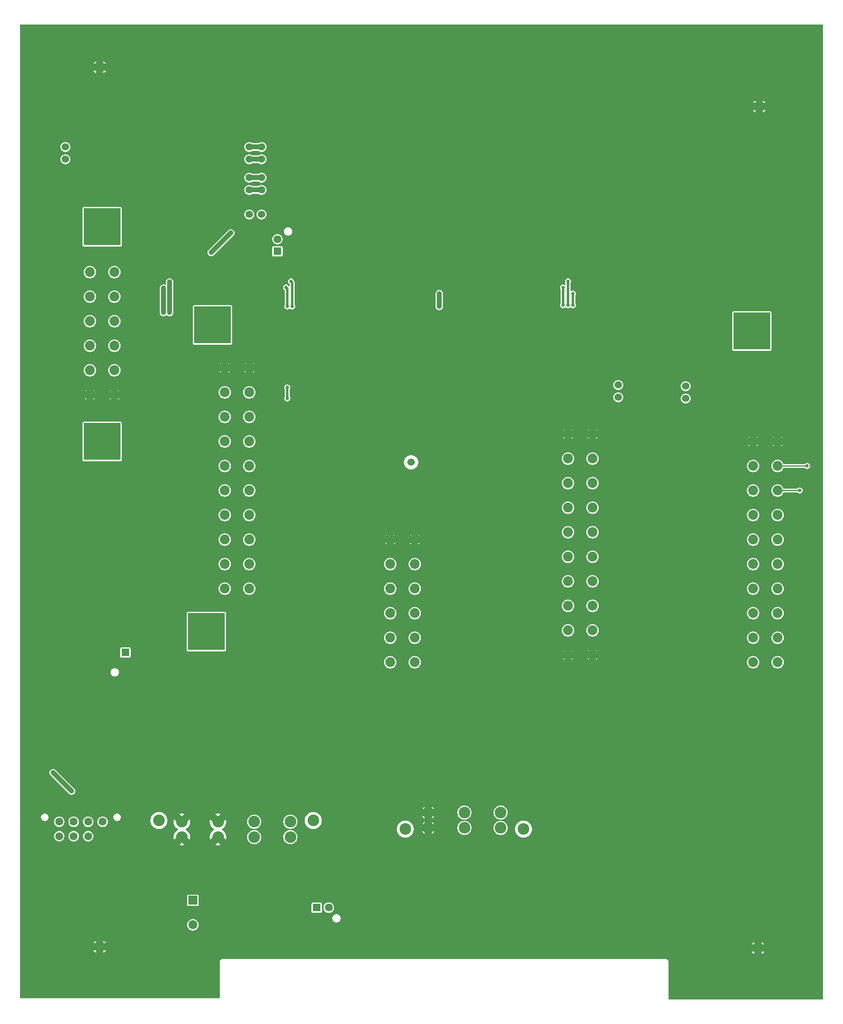
<source format=gbl>
G04 Layer_Physical_Order=2*
G04 Layer_Color=16711680*
%FSLAX24Y24*%
%MOIN*%
G70*
G01*
G75*
%ADD11C,0.0200*%
%ADD12C,0.0400*%
%ADD14C,0.0100*%
%ADD15C,0.0600*%
%ADD16R,0.0728X0.0728*%
%ADD17C,0.0728*%
%ADD18C,0.0799*%
%ADD19C,0.0950*%
%ADD20C,0.0644*%
%ADD21R,0.0644X0.0644*%
%ADD22C,0.0650*%
%ADD23R,0.0644X0.0644*%
%ADD24C,0.0290*%
%ADD25R,0.3000X0.3000*%
G36*
X68796Y4004D02*
X56204D01*
Y7100D01*
X56188Y7178D01*
X56144Y7244D01*
X56078Y7288D01*
X56000Y7304D01*
X19800D01*
X19722Y7288D01*
X19656Y7244D01*
X19612Y7178D01*
X19596Y7100D01*
Y4104D01*
X3304D01*
Y83496D01*
X68796D01*
Y4004D01*
D02*
G37*
%LPC*%
G36*
X49700Y32500D02*
X49644Y32456D01*
X49600Y32400D01*
X49700D01*
Y32500D01*
D02*
G37*
G36*
X48300D02*
Y32400D01*
X48400D01*
X48356Y32456D01*
X48300Y32500D01*
D02*
G37*
G36*
X50300D02*
Y32400D01*
X50400D01*
X50356Y32456D01*
X50300Y32500D01*
D02*
G37*
G36*
X12222Y32724D02*
X11578D01*
X11539Y32716D01*
X11506Y32694D01*
X11484Y32661D01*
X11476Y32622D01*
Y31978D01*
X11484Y31939D01*
X11506Y31906D01*
X11539Y31884D01*
X11578Y31876D01*
X12222D01*
X12261Y31884D01*
X12294Y31906D01*
X12316Y31939D01*
X12324Y31978D01*
Y32622D01*
X12316Y32661D01*
X12294Y32694D01*
X12261Y32716D01*
X12222Y32724D01*
D02*
G37*
G36*
X20000Y35602D02*
X17000D01*
X16961Y35594D01*
X16928Y35572D01*
X16906Y35539D01*
X16898Y35500D01*
Y32500D01*
X16906Y32461D01*
X16928Y32428D01*
X16961Y32406D01*
X17000Y32398D01*
X20000D01*
X20039Y32406D01*
X20072Y32428D01*
X20094Y32461D01*
X20102Y32500D01*
Y35500D01*
X20094Y35539D01*
X20072Y35572D01*
X20039Y35594D01*
X20000Y35602D01*
D02*
G37*
G36*
X47700Y32500D02*
X47644Y32456D01*
X47600Y32400D01*
X47700D01*
Y32500D01*
D02*
G37*
G36*
X33500Y34004D02*
X33370Y33987D01*
X33248Y33936D01*
X33144Y33856D01*
X33064Y33752D01*
X33013Y33630D01*
X32996Y33500D01*
X33013Y33370D01*
X33064Y33248D01*
X33144Y33144D01*
X33248Y33064D01*
X33370Y33013D01*
X33500Y32996D01*
X33630Y33013D01*
X33752Y33064D01*
X33856Y33144D01*
X33936Y33248D01*
X33987Y33370D01*
X34004Y33500D01*
X33987Y33630D01*
X33936Y33752D01*
X33856Y33856D01*
X33752Y33936D01*
X33630Y33987D01*
X33500Y34004D01*
D02*
G37*
G36*
X48000Y34604D02*
X47870Y34587D01*
X47748Y34536D01*
X47644Y34456D01*
X47564Y34352D01*
X47513Y34230D01*
X47496Y34100D01*
X47513Y33970D01*
X47564Y33848D01*
X47644Y33744D01*
X47748Y33664D01*
X47870Y33613D01*
X48000Y33596D01*
X48130Y33613D01*
X48252Y33664D01*
X48356Y33744D01*
X48436Y33848D01*
X48487Y33970D01*
X48504Y34100D01*
X48487Y34230D01*
X48436Y34352D01*
X48356Y34456D01*
X48252Y34536D01*
X48130Y34587D01*
X48000Y34604D01*
D02*
G37*
G36*
X50000D02*
X49870Y34587D01*
X49748Y34536D01*
X49644Y34456D01*
X49564Y34352D01*
X49513Y34230D01*
X49496Y34100D01*
X49513Y33970D01*
X49564Y33848D01*
X49644Y33744D01*
X49748Y33664D01*
X49870Y33613D01*
X50000Y33596D01*
X50130Y33613D01*
X50252Y33664D01*
X50356Y33744D01*
X50436Y33848D01*
X50487Y33970D01*
X50504Y34100D01*
X50487Y34230D01*
X50436Y34352D01*
X50356Y34456D01*
X50252Y34536D01*
X50130Y34587D01*
X50000Y34604D01*
D02*
G37*
G36*
X33500Y36004D02*
X33370Y35987D01*
X33248Y35936D01*
X33144Y35856D01*
X33064Y35752D01*
X33013Y35630D01*
X32996Y35500D01*
X33013Y35370D01*
X33064Y35248D01*
X33144Y35144D01*
X33248Y35064D01*
X33370Y35013D01*
X33500Y34996D01*
X33630Y35013D01*
X33752Y35064D01*
X33856Y35144D01*
X33936Y35248D01*
X33987Y35370D01*
X34004Y35500D01*
X33987Y35630D01*
X33936Y35752D01*
X33856Y35856D01*
X33752Y35936D01*
X33630Y35987D01*
X33500Y36004D01*
D02*
G37*
G36*
X35500Y34004D02*
X35370Y33987D01*
X35248Y33936D01*
X35144Y33856D01*
X35064Y33752D01*
X35013Y33630D01*
X34996Y33500D01*
X35013Y33370D01*
X35064Y33248D01*
X35144Y33144D01*
X35248Y33064D01*
X35370Y33013D01*
X35500Y32996D01*
X35630Y33013D01*
X35752Y33064D01*
X35856Y33144D01*
X35936Y33248D01*
X35987Y33370D01*
X36004Y33500D01*
X35987Y33630D01*
X35936Y33752D01*
X35856Y33856D01*
X35752Y33936D01*
X35630Y33987D01*
X35500Y34004D01*
D02*
G37*
G36*
X63100D02*
X62970Y33987D01*
X62848Y33936D01*
X62744Y33856D01*
X62664Y33752D01*
X62613Y33630D01*
X62596Y33500D01*
X62613Y33370D01*
X62664Y33248D01*
X62744Y33144D01*
X62848Y33064D01*
X62970Y33013D01*
X63100Y32996D01*
X63230Y33013D01*
X63352Y33064D01*
X63456Y33144D01*
X63536Y33248D01*
X63587Y33370D01*
X63604Y33500D01*
X63587Y33630D01*
X63536Y33752D01*
X63456Y33856D01*
X63352Y33936D01*
X63230Y33987D01*
X63100Y34004D01*
D02*
G37*
G36*
X65100D02*
X64970Y33987D01*
X64848Y33936D01*
X64744Y33856D01*
X64664Y33752D01*
X64613Y33630D01*
X64596Y33500D01*
X64613Y33370D01*
X64664Y33248D01*
X64744Y33144D01*
X64848Y33064D01*
X64970Y33013D01*
X65100Y32996D01*
X65230Y33013D01*
X65352Y33064D01*
X65456Y33144D01*
X65536Y33248D01*
X65587Y33370D01*
X65604Y33500D01*
X65587Y33630D01*
X65536Y33752D01*
X65456Y33856D01*
X65352Y33936D01*
X65230Y33987D01*
X65100Y34004D01*
D02*
G37*
G36*
X63100Y32004D02*
X62970Y31987D01*
X62848Y31936D01*
X62744Y31856D01*
X62664Y31752D01*
X62613Y31630D01*
X62596Y31500D01*
X62613Y31370D01*
X62664Y31248D01*
X62744Y31144D01*
X62848Y31064D01*
X62970Y31013D01*
X63100Y30996D01*
X63230Y31013D01*
X63352Y31064D01*
X63456Y31144D01*
X63536Y31248D01*
X63587Y31370D01*
X63604Y31500D01*
X63587Y31630D01*
X63536Y31752D01*
X63456Y31856D01*
X63352Y31936D01*
X63230Y31987D01*
X63100Y32004D01*
D02*
G37*
G36*
X65100D02*
X64970Y31987D01*
X64848Y31936D01*
X64744Y31856D01*
X64664Y31752D01*
X64613Y31630D01*
X64596Y31500D01*
X64613Y31370D01*
X64664Y31248D01*
X64744Y31144D01*
X64848Y31064D01*
X64970Y31013D01*
X65100Y30996D01*
X65230Y31013D01*
X65352Y31064D01*
X65456Y31144D01*
X65536Y31248D01*
X65587Y31370D01*
X65604Y31500D01*
X65587Y31630D01*
X65536Y31752D01*
X65456Y31856D01*
X65352Y31936D01*
X65230Y31987D01*
X65100Y32004D01*
D02*
G37*
G36*
X11600Y31016D02*
X11598D01*
X11599Y31015D01*
X11600Y31014D01*
Y31016D01*
D02*
G37*
G36*
X11054Y31027D02*
X11014D01*
X10922Y31008D01*
X10885Y30993D01*
X10807Y30941D01*
X10779Y30913D01*
X10727Y30835D01*
X10711Y30798D01*
X10693Y30706D01*
Y30696D01*
X10691Y30686D01*
X10693Y30676D01*
Y30666D01*
X10711Y30574D01*
X10727Y30537D01*
X10779Y30459D01*
X10807Y30431D01*
X10885Y30379D01*
X10922Y30363D01*
X11014Y30345D01*
X11054D01*
X11146Y30363D01*
X11183Y30379D01*
X11261Y30431D01*
X11289Y30459D01*
X11341Y30537D01*
X11356Y30574D01*
X11375Y30666D01*
Y30676D01*
X11377Y30686D01*
X11375Y30696D01*
Y30706D01*
X11356Y30798D01*
X11341Y30835D01*
X11289Y30913D01*
X11261Y30941D01*
X11183Y30993D01*
X11146Y31008D01*
X11054Y31027D01*
X11054Y31027D01*
D02*
G37*
G36*
X33500Y32004D02*
X33370Y31987D01*
X33248Y31936D01*
X33144Y31856D01*
X33064Y31752D01*
X33013Y31630D01*
X32996Y31500D01*
X33013Y31370D01*
X33064Y31248D01*
X33144Y31144D01*
X33248Y31064D01*
X33370Y31013D01*
X33500Y30996D01*
X33630Y31013D01*
X33752Y31064D01*
X33856Y31144D01*
X33936Y31248D01*
X33987Y31370D01*
X34004Y31500D01*
X33987Y31630D01*
X33936Y31752D01*
X33856Y31856D01*
X33752Y31936D01*
X33630Y31987D01*
X33500Y32004D01*
D02*
G37*
G36*
X35500D02*
X35370Y31987D01*
X35248Y31936D01*
X35144Y31856D01*
X35064Y31752D01*
X35013Y31630D01*
X34996Y31500D01*
X35013Y31370D01*
X35064Y31248D01*
X35144Y31144D01*
X35248Y31064D01*
X35370Y31013D01*
X35500Y30996D01*
X35630Y31013D01*
X35752Y31064D01*
X35856Y31144D01*
X35936Y31248D01*
X35987Y31370D01*
X36004Y31500D01*
X35987Y31630D01*
X35936Y31752D01*
X35856Y31856D01*
X35752Y31936D01*
X35630Y31987D01*
X35500Y32004D01*
D02*
G37*
G36*
X12202Y31016D02*
X12200D01*
Y31014D01*
X12201Y31015D01*
X12202Y31016D01*
D02*
G37*
G36*
X49700Y31800D02*
X49600D01*
X49644Y31744D01*
X49700Y31700D01*
Y31800D01*
D02*
G37*
G36*
X48400D02*
X48300D01*
Y31700D01*
X48356Y31744D01*
X48400Y31800D01*
D02*
G37*
G36*
X50400D02*
X50300D01*
Y31700D01*
X50356Y31744D01*
X50400Y31800D01*
D02*
G37*
G36*
X11600Y31617D02*
X11599Y31617D01*
X11598Y31616D01*
X11600D01*
Y31617D01*
D02*
G37*
G36*
X12200D02*
Y31616D01*
X12202D01*
X12201Y31617D01*
X12200Y31617D01*
D02*
G37*
G36*
X47700Y31800D02*
X47600D01*
X47644Y31744D01*
X47700Y31700D01*
Y31800D01*
D02*
G37*
G36*
X35500Y36004D02*
X35370Y35987D01*
X35248Y35936D01*
X35144Y35856D01*
X35064Y35752D01*
X35013Y35630D01*
X34996Y35500D01*
X35013Y35370D01*
X35064Y35248D01*
X35144Y35144D01*
X35248Y35064D01*
X35370Y35013D01*
X35500Y34996D01*
X35630Y35013D01*
X35752Y35064D01*
X35856Y35144D01*
X35936Y35248D01*
X35987Y35370D01*
X36004Y35500D01*
X35987Y35630D01*
X35936Y35752D01*
X35856Y35856D01*
X35752Y35936D01*
X35630Y35987D01*
X35500Y36004D01*
D02*
G37*
G36*
X63100Y40004D02*
X62970Y39987D01*
X62848Y39936D01*
X62744Y39856D01*
X62664Y39752D01*
X62613Y39630D01*
X62596Y39500D01*
X62613Y39370D01*
X62664Y39248D01*
X62744Y39144D01*
X62848Y39064D01*
X62970Y39013D01*
X63100Y38996D01*
X63230Y39013D01*
X63352Y39064D01*
X63456Y39144D01*
X63536Y39248D01*
X63587Y39370D01*
X63604Y39500D01*
X63587Y39630D01*
X63536Y39752D01*
X63456Y39856D01*
X63352Y39936D01*
X63230Y39987D01*
X63100Y40004D01*
D02*
G37*
G36*
X65100D02*
X64970Y39987D01*
X64848Y39936D01*
X64744Y39856D01*
X64664Y39752D01*
X64613Y39630D01*
X64596Y39500D01*
X64613Y39370D01*
X64664Y39248D01*
X64744Y39144D01*
X64848Y39064D01*
X64970Y39013D01*
X65100Y38996D01*
X65230Y39013D01*
X65352Y39064D01*
X65456Y39144D01*
X65536Y39248D01*
X65587Y39370D01*
X65604Y39500D01*
X65587Y39630D01*
X65536Y39752D01*
X65456Y39856D01*
X65352Y39936D01*
X65230Y39987D01*
X65100Y40004D01*
D02*
G37*
G36*
X48000Y40604D02*
X47870Y40587D01*
X47748Y40536D01*
X47644Y40456D01*
X47564Y40352D01*
X47513Y40230D01*
X47496Y40100D01*
X47513Y39970D01*
X47564Y39848D01*
X47644Y39744D01*
X47748Y39664D01*
X47870Y39613D01*
X48000Y39596D01*
X48130Y39613D01*
X48252Y39664D01*
X48356Y39744D01*
X48436Y39848D01*
X48487Y39970D01*
X48504Y40100D01*
X48487Y40230D01*
X48436Y40352D01*
X48356Y40456D01*
X48252Y40536D01*
X48130Y40587D01*
X48000Y40604D01*
D02*
G37*
G36*
X22000Y40004D02*
X21870Y39987D01*
X21748Y39936D01*
X21644Y39856D01*
X21564Y39752D01*
X21513Y39630D01*
X21496Y39500D01*
X21513Y39370D01*
X21564Y39248D01*
X21644Y39144D01*
X21748Y39064D01*
X21870Y39013D01*
X22000Y38996D01*
X22130Y39013D01*
X22252Y39064D01*
X22356Y39144D01*
X22436Y39248D01*
X22487Y39370D01*
X22504Y39500D01*
X22487Y39630D01*
X22436Y39752D01*
X22356Y39856D01*
X22252Y39936D01*
X22130Y39987D01*
X22000Y40004D01*
D02*
G37*
G36*
X33500D02*
X33370Y39987D01*
X33248Y39936D01*
X33144Y39856D01*
X33064Y39752D01*
X33013Y39630D01*
X32996Y39500D01*
X33013Y39370D01*
X33064Y39248D01*
X33144Y39144D01*
X33248Y39064D01*
X33370Y39013D01*
X33500Y38996D01*
X33630Y39013D01*
X33752Y39064D01*
X33856Y39144D01*
X33936Y39248D01*
X33987Y39370D01*
X34004Y39500D01*
X33987Y39630D01*
X33936Y39752D01*
X33856Y39856D01*
X33752Y39936D01*
X33630Y39987D01*
X33500Y40004D01*
D02*
G37*
G36*
X35500D02*
X35370Y39987D01*
X35248Y39936D01*
X35144Y39856D01*
X35064Y39752D01*
X35013Y39630D01*
X34996Y39500D01*
X35013Y39370D01*
X35064Y39248D01*
X35144Y39144D01*
X35248Y39064D01*
X35370Y39013D01*
X35500Y38996D01*
X35630Y39013D01*
X35752Y39064D01*
X35856Y39144D01*
X35936Y39248D01*
X35987Y39370D01*
X36004Y39500D01*
X35987Y39630D01*
X35936Y39752D01*
X35856Y39856D01*
X35752Y39936D01*
X35630Y39987D01*
X35500Y40004D01*
D02*
G37*
G36*
X50000Y40604D02*
X49870Y40587D01*
X49748Y40536D01*
X49644Y40456D01*
X49564Y40352D01*
X49513Y40230D01*
X49496Y40100D01*
X49513Y39970D01*
X49564Y39848D01*
X49644Y39744D01*
X49748Y39664D01*
X49870Y39613D01*
X50000Y39596D01*
X50130Y39613D01*
X50252Y39664D01*
X50356Y39744D01*
X50436Y39848D01*
X50487Y39970D01*
X50504Y40100D01*
X50487Y40230D01*
X50436Y40352D01*
X50356Y40456D01*
X50252Y40536D01*
X50130Y40587D01*
X50000Y40604D01*
D02*
G37*
G36*
X65100Y42004D02*
X64970Y41987D01*
X64848Y41936D01*
X64744Y41856D01*
X64664Y41752D01*
X64613Y41630D01*
X64596Y41500D01*
X64613Y41370D01*
X64664Y41248D01*
X64744Y41144D01*
X64848Y41064D01*
X64970Y41013D01*
X65100Y40996D01*
X65230Y41013D01*
X65352Y41064D01*
X65456Y41144D01*
X65536Y41248D01*
X65587Y41370D01*
X65604Y41500D01*
X65587Y41630D01*
X65536Y41752D01*
X65456Y41856D01*
X65352Y41936D01*
X65230Y41987D01*
X65100Y42004D01*
D02*
G37*
G36*
X33200Y41200D02*
X33100D01*
X33144Y41144D01*
X33200Y41100D01*
Y41200D01*
D02*
G37*
G36*
X35200D02*
X35100D01*
X35144Y41144D01*
X35200Y41100D01*
Y41200D01*
D02*
G37*
G36*
X20000Y42004D02*
X19870Y41987D01*
X19748Y41936D01*
X19644Y41856D01*
X19564Y41752D01*
X19513Y41630D01*
X19496Y41500D01*
X19513Y41370D01*
X19564Y41248D01*
X19644Y41144D01*
X19748Y41064D01*
X19870Y41013D01*
X20000Y40996D01*
X20130Y41013D01*
X20252Y41064D01*
X20356Y41144D01*
X20436Y41248D01*
X20487Y41370D01*
X20504Y41500D01*
X20487Y41630D01*
X20436Y41752D01*
X20356Y41856D01*
X20252Y41936D01*
X20130Y41987D01*
X20000Y42004D01*
D02*
G37*
G36*
X22000D02*
X21870Y41987D01*
X21748Y41936D01*
X21644Y41856D01*
X21564Y41752D01*
X21513Y41630D01*
X21496Y41500D01*
X21513Y41370D01*
X21564Y41248D01*
X21644Y41144D01*
X21748Y41064D01*
X21870Y41013D01*
X22000Y40996D01*
X22130Y41013D01*
X22252Y41064D01*
X22356Y41144D01*
X22436Y41248D01*
X22487Y41370D01*
X22504Y41500D01*
X22487Y41630D01*
X22436Y41752D01*
X22356Y41856D01*
X22252Y41936D01*
X22130Y41987D01*
X22000Y42004D01*
D02*
G37*
G36*
X63100D02*
X62970Y41987D01*
X62848Y41936D01*
X62744Y41856D01*
X62664Y41752D01*
X62613Y41630D01*
X62596Y41500D01*
X62613Y41370D01*
X62664Y41248D01*
X62744Y41144D01*
X62848Y41064D01*
X62970Y41013D01*
X63100Y40996D01*
X63230Y41013D01*
X63352Y41064D01*
X63456Y41144D01*
X63536Y41248D01*
X63587Y41370D01*
X63604Y41500D01*
X63587Y41630D01*
X63536Y41752D01*
X63456Y41856D01*
X63352Y41936D01*
X63230Y41987D01*
X63100Y42004D01*
D02*
G37*
G36*
X50000Y36604D02*
X49870Y36587D01*
X49748Y36536D01*
X49644Y36456D01*
X49564Y36352D01*
X49513Y36230D01*
X49496Y36100D01*
X49513Y35970D01*
X49564Y35848D01*
X49644Y35744D01*
X49748Y35664D01*
X49870Y35613D01*
X50000Y35596D01*
X50130Y35613D01*
X50252Y35664D01*
X50356Y35744D01*
X50436Y35848D01*
X50487Y35970D01*
X50504Y36100D01*
X50487Y36230D01*
X50436Y36352D01*
X50356Y36456D01*
X50252Y36536D01*
X50130Y36587D01*
X50000Y36604D01*
D02*
G37*
G36*
X20000Y38004D02*
X19870Y37987D01*
X19748Y37936D01*
X19644Y37856D01*
X19564Y37752D01*
X19513Y37630D01*
X19496Y37500D01*
X19513Y37370D01*
X19564Y37248D01*
X19644Y37144D01*
X19748Y37064D01*
X19870Y37013D01*
X20000Y36996D01*
X20130Y37013D01*
X20252Y37064D01*
X20356Y37144D01*
X20436Y37248D01*
X20487Y37370D01*
X20504Y37500D01*
X20487Y37630D01*
X20436Y37752D01*
X20356Y37856D01*
X20252Y37936D01*
X20130Y37987D01*
X20000Y38004D01*
D02*
G37*
G36*
X22000D02*
X21870Y37987D01*
X21748Y37936D01*
X21644Y37856D01*
X21564Y37752D01*
X21513Y37630D01*
X21496Y37500D01*
X21513Y37370D01*
X21564Y37248D01*
X21644Y37144D01*
X21748Y37064D01*
X21870Y37013D01*
X22000Y36996D01*
X22130Y37013D01*
X22252Y37064D01*
X22356Y37144D01*
X22436Y37248D01*
X22487Y37370D01*
X22504Y37500D01*
X22487Y37630D01*
X22436Y37752D01*
X22356Y37856D01*
X22252Y37936D01*
X22130Y37987D01*
X22000Y38004D01*
D02*
G37*
G36*
X63100Y36004D02*
X62970Y35987D01*
X62848Y35936D01*
X62744Y35856D01*
X62664Y35752D01*
X62613Y35630D01*
X62596Y35500D01*
X62613Y35370D01*
X62664Y35248D01*
X62744Y35144D01*
X62848Y35064D01*
X62970Y35013D01*
X63100Y34996D01*
X63230Y35013D01*
X63352Y35064D01*
X63456Y35144D01*
X63536Y35248D01*
X63587Y35370D01*
X63604Y35500D01*
X63587Y35630D01*
X63536Y35752D01*
X63456Y35856D01*
X63352Y35936D01*
X63230Y35987D01*
X63100Y36004D01*
D02*
G37*
G36*
X65100D02*
X64970Y35987D01*
X64848Y35936D01*
X64744Y35856D01*
X64664Y35752D01*
X64613Y35630D01*
X64596Y35500D01*
X64613Y35370D01*
X64664Y35248D01*
X64744Y35144D01*
X64848Y35064D01*
X64970Y35013D01*
X65100Y34996D01*
X65230Y35013D01*
X65352Y35064D01*
X65456Y35144D01*
X65536Y35248D01*
X65587Y35370D01*
X65604Y35500D01*
X65587Y35630D01*
X65536Y35752D01*
X65456Y35856D01*
X65352Y35936D01*
X65230Y35987D01*
X65100Y36004D01*
D02*
G37*
G36*
X48000Y36604D02*
X47870Y36587D01*
X47748Y36536D01*
X47644Y36456D01*
X47564Y36352D01*
X47513Y36230D01*
X47496Y36100D01*
X47513Y35970D01*
X47564Y35848D01*
X47644Y35744D01*
X47748Y35664D01*
X47870Y35613D01*
X48000Y35596D01*
X48130Y35613D01*
X48252Y35664D01*
X48356Y35744D01*
X48436Y35848D01*
X48487Y35970D01*
X48504Y36100D01*
X48487Y36230D01*
X48436Y36352D01*
X48356Y36456D01*
X48252Y36536D01*
X48130Y36587D01*
X48000Y36604D01*
D02*
G37*
G36*
X33500Y38004D02*
X33370Y37987D01*
X33248Y37936D01*
X33144Y37856D01*
X33064Y37752D01*
X33013Y37630D01*
X32996Y37500D01*
X33013Y37370D01*
X33064Y37248D01*
X33144Y37144D01*
X33248Y37064D01*
X33370Y37013D01*
X33500Y36996D01*
X33630Y37013D01*
X33752Y37064D01*
X33856Y37144D01*
X33936Y37248D01*
X33987Y37370D01*
X34004Y37500D01*
X33987Y37630D01*
X33936Y37752D01*
X33856Y37856D01*
X33752Y37936D01*
X33630Y37987D01*
X33500Y38004D01*
D02*
G37*
G36*
X48000Y38604D02*
X47870Y38587D01*
X47748Y38536D01*
X47644Y38456D01*
X47564Y38352D01*
X47513Y38230D01*
X47496Y38100D01*
X47513Y37970D01*
X47564Y37848D01*
X47644Y37744D01*
X47748Y37664D01*
X47870Y37613D01*
X48000Y37596D01*
X48130Y37613D01*
X48252Y37664D01*
X48356Y37744D01*
X48436Y37848D01*
X48487Y37970D01*
X48504Y38100D01*
X48487Y38230D01*
X48436Y38352D01*
X48356Y38456D01*
X48252Y38536D01*
X48130Y38587D01*
X48000Y38604D01*
D02*
G37*
G36*
X50000D02*
X49870Y38587D01*
X49748Y38536D01*
X49644Y38456D01*
X49564Y38352D01*
X49513Y38230D01*
X49496Y38100D01*
X49513Y37970D01*
X49564Y37848D01*
X49644Y37744D01*
X49748Y37664D01*
X49870Y37613D01*
X50000Y37596D01*
X50130Y37613D01*
X50252Y37664D01*
X50356Y37744D01*
X50436Y37848D01*
X50487Y37970D01*
X50504Y38100D01*
X50487Y38230D01*
X50436Y38352D01*
X50356Y38456D01*
X50252Y38536D01*
X50130Y38587D01*
X50000Y38604D01*
D02*
G37*
G36*
X20000Y40004D02*
X19870Y39987D01*
X19748Y39936D01*
X19644Y39856D01*
X19564Y39752D01*
X19513Y39630D01*
X19496Y39500D01*
X19513Y39370D01*
X19564Y39248D01*
X19644Y39144D01*
X19748Y39064D01*
X19870Y39013D01*
X20000Y38996D01*
X20130Y39013D01*
X20252Y39064D01*
X20356Y39144D01*
X20436Y39248D01*
X20487Y39370D01*
X20504Y39500D01*
X20487Y39630D01*
X20436Y39752D01*
X20356Y39856D01*
X20252Y39936D01*
X20130Y39987D01*
X20000Y40004D01*
D02*
G37*
G36*
X35500Y38004D02*
X35370Y37987D01*
X35248Y37936D01*
X35144Y37856D01*
X35064Y37752D01*
X35013Y37630D01*
X34996Y37500D01*
X35013Y37370D01*
X35064Y37248D01*
X35144Y37144D01*
X35248Y37064D01*
X35370Y37013D01*
X35500Y36996D01*
X35630Y37013D01*
X35752Y37064D01*
X35856Y37144D01*
X35936Y37248D01*
X35987Y37370D01*
X36004Y37500D01*
X35987Y37630D01*
X35936Y37752D01*
X35856Y37856D01*
X35752Y37936D01*
X35630Y37987D01*
X35500Y38004D01*
D02*
G37*
G36*
X63100D02*
X62970Y37987D01*
X62848Y37936D01*
X62744Y37856D01*
X62664Y37752D01*
X62613Y37630D01*
X62596Y37500D01*
X62613Y37370D01*
X62664Y37248D01*
X62744Y37144D01*
X62848Y37064D01*
X62970Y37013D01*
X63100Y36996D01*
X63230Y37013D01*
X63352Y37064D01*
X63456Y37144D01*
X63536Y37248D01*
X63587Y37370D01*
X63604Y37500D01*
X63587Y37630D01*
X63536Y37752D01*
X63456Y37856D01*
X63352Y37936D01*
X63230Y37987D01*
X63100Y38004D01*
D02*
G37*
G36*
X65100D02*
X64970Y37987D01*
X64848Y37936D01*
X64744Y37856D01*
X64664Y37752D01*
X64613Y37630D01*
X64596Y37500D01*
X64613Y37370D01*
X64664Y37248D01*
X64744Y37144D01*
X64848Y37064D01*
X64970Y37013D01*
X65100Y36996D01*
X65230Y37013D01*
X65352Y37064D01*
X65456Y37144D01*
X65536Y37248D01*
X65587Y37370D01*
X65604Y37500D01*
X65587Y37630D01*
X65536Y37752D01*
X65456Y37856D01*
X65352Y37936D01*
X65230Y37987D01*
X65100Y38004D01*
D02*
G37*
G36*
X25350Y17830D02*
X25200Y17810D01*
X25060Y17752D01*
X24940Y17660D01*
X24848Y17540D01*
X24790Y17400D01*
X24770Y17250D01*
X24790Y17100D01*
X24848Y16960D01*
X24940Y16840D01*
X25060Y16748D01*
X25200Y16690D01*
X25350Y16670D01*
X25500Y16690D01*
X25640Y16748D01*
X25760Y16840D01*
X25852Y16960D01*
X25910Y17100D01*
X25930Y17250D01*
X25910Y17400D01*
X25852Y17540D01*
X25760Y17660D01*
X25640Y17752D01*
X25500Y17810D01*
X25350Y17830D01*
D02*
G37*
G36*
X6500Y17749D02*
X6389Y17734D01*
X6286Y17691D01*
X6197Y17623D01*
X6129Y17534D01*
X6086Y17431D01*
X6071Y17320D01*
X6086Y17209D01*
X6129Y17106D01*
X6197Y17017D01*
X6286Y16949D01*
X6389Y16906D01*
X6500Y16891D01*
X6611Y16906D01*
X6714Y16949D01*
X6803Y17017D01*
X6871Y17106D01*
X6914Y17209D01*
X6929Y17320D01*
X6914Y17431D01*
X6871Y17534D01*
X6803Y17623D01*
X6714Y17691D01*
X6611Y17734D01*
X6500Y17749D01*
D02*
G37*
G36*
X7680D02*
X7569Y17734D01*
X7466Y17691D01*
X7377Y17623D01*
X7309Y17534D01*
X7266Y17431D01*
X7251Y17320D01*
X7266Y17209D01*
X7309Y17106D01*
X7377Y17017D01*
X7466Y16949D01*
X7569Y16906D01*
X7680Y16891D01*
X7791Y16906D01*
X7894Y16949D01*
X7983Y17017D01*
X8051Y17106D01*
X8094Y17209D01*
X8109Y17320D01*
X8094Y17431D01*
X8051Y17534D01*
X7983Y17623D01*
X7894Y17691D01*
X7791Y17734D01*
X7680Y17749D01*
D02*
G37*
G36*
X16500Y16826D02*
X16284Y16610D01*
X16368Y16585D01*
X16500Y16572D01*
X16632Y16585D01*
X16716Y16610D01*
X16500Y16826D01*
D02*
G37*
G36*
X19450D02*
X19234Y16610D01*
X19318Y16585D01*
X19450Y16572D01*
X19582Y16585D01*
X19666Y16610D01*
X19450Y16826D01*
D02*
G37*
G36*
X22400Y17830D02*
X22250Y17810D01*
X22110Y17752D01*
X21990Y17660D01*
X21898Y17540D01*
X21840Y17400D01*
X21820Y17250D01*
X21840Y17100D01*
X21898Y16960D01*
X21990Y16840D01*
X22110Y16748D01*
X22250Y16690D01*
X22400Y16670D01*
X22550Y16690D01*
X22690Y16748D01*
X22810Y16840D01*
X22902Y16960D01*
X22960Y17100D01*
X22980Y17250D01*
X22960Y17400D01*
X22902Y17540D01*
X22810Y17660D01*
X22690Y17752D01*
X22550Y17810D01*
X22400Y17830D01*
D02*
G37*
G36*
X8860Y17749D02*
X8749Y17734D01*
X8646Y17691D01*
X8557Y17623D01*
X8489Y17534D01*
X8446Y17431D01*
X8431Y17320D01*
X8446Y17209D01*
X8489Y17106D01*
X8557Y17017D01*
X8646Y16949D01*
X8749Y16906D01*
X8860Y16891D01*
X8971Y16906D01*
X9074Y16949D01*
X9163Y17017D01*
X9231Y17106D01*
X9274Y17209D01*
X9289Y17320D01*
X9274Y17431D01*
X9231Y17534D01*
X9163Y17623D01*
X9074Y17691D01*
X8971Y17734D01*
X8860Y17749D01*
D02*
G37*
G36*
X42500Y18580D02*
X42350Y18560D01*
X42210Y18502D01*
X42090Y18410D01*
X41998Y18290D01*
X41940Y18150D01*
X41920Y18000D01*
X41940Y17850D01*
X41998Y17710D01*
X42090Y17590D01*
X42210Y17498D01*
X42350Y17440D01*
X42500Y17420D01*
X42650Y17440D01*
X42790Y17498D01*
X42910Y17590D01*
X43002Y17710D01*
X43060Y17850D01*
X43080Y18000D01*
X43060Y18150D01*
X43002Y18290D01*
X42910Y18410D01*
X42790Y18502D01*
X42650Y18560D01*
X42500Y18580D01*
D02*
G37*
G36*
X36300Y17700D02*
X36105D01*
X36190Y17590D01*
X36300Y17505D01*
Y17700D01*
D02*
G37*
G36*
X37095D02*
X36900D01*
Y17505D01*
X37010Y17590D01*
X37095Y17700D01*
D02*
G37*
G36*
X9740Y17020D02*
X9735D01*
X9737Y17017D01*
X9740Y17014D01*
Y17020D01*
D02*
G37*
G36*
X10345D02*
X10340D01*
Y17014D01*
X10343Y17017D01*
X10345Y17020D01*
D02*
G37*
G36*
X39550Y18580D02*
X39400Y18560D01*
X39260Y18502D01*
X39140Y18410D01*
X39048Y18290D01*
X38990Y18150D01*
X38970Y18000D01*
X38990Y17850D01*
X39048Y17710D01*
X39140Y17590D01*
X39260Y17498D01*
X39400Y17440D01*
X39550Y17420D01*
X39700Y17440D01*
X39840Y17498D01*
X39960Y17590D01*
X40052Y17710D01*
X40110Y17850D01*
X40130Y18000D01*
X40110Y18150D01*
X40052Y18290D01*
X39960Y18410D01*
X39840Y18502D01*
X39700Y18560D01*
X39550Y18580D01*
D02*
G37*
G36*
X10303Y8000D02*
X10100D01*
Y7797D01*
X10104Y7800D01*
X10205Y7877D01*
X10213Y7887D01*
X10223Y7895D01*
X10300Y7996D01*
X10303Y8000D01*
D02*
G37*
G36*
X63200Y8703D02*
X63196Y8700D01*
X63095Y8623D01*
X63087Y8613D01*
X63077Y8605D01*
X63000Y8504D01*
X62997Y8500D01*
X63200D01*
Y8703D01*
D02*
G37*
G36*
X63800Y8703D02*
Y8500D01*
X64003D01*
X64000Y8504D01*
X63923Y8605D01*
X63913Y8613D01*
X63905Y8623D01*
X63804Y8700D01*
X63800Y8703D01*
D02*
G37*
G36*
X63200Y7900D02*
X62997D01*
X63000Y7896D01*
X63077Y7795D01*
X63087Y7787D01*
X63095Y7777D01*
X63196Y7700D01*
X63200Y7697D01*
Y7900D01*
D02*
G37*
G36*
X64003D02*
X63800D01*
Y7697D01*
X63804Y7700D01*
X63905Y7777D01*
X63913Y7787D01*
X63923Y7795D01*
X64000Y7896D01*
X64003Y7900D01*
D02*
G37*
G36*
X9500Y8000D02*
X9297D01*
X9300Y7996D01*
X9377Y7895D01*
X9387Y7887D01*
X9395Y7877D01*
X9496Y7800D01*
X9500Y7797D01*
Y8000D01*
D02*
G37*
G36*
Y8803D02*
X9496Y8800D01*
X9395Y8723D01*
X9387Y8713D01*
X9377Y8705D01*
X9300Y8604D01*
X9297Y8600D01*
X9500D01*
Y8803D01*
D02*
G37*
G36*
X28484Y11925D02*
X28374Y11911D01*
X28272Y11868D01*
X28183Y11801D01*
X28116Y11713D01*
X28073Y11610D01*
X28059Y11500D01*
X28073Y11390D01*
X28116Y11287D01*
X28183Y11199D01*
X28272Y11132D01*
X28374Y11089D01*
X28484Y11075D01*
X28594Y11089D01*
X28697Y11132D01*
X28785Y11199D01*
X28853Y11287D01*
X28895Y11390D01*
X28910Y11500D01*
X28895Y11610D01*
X28853Y11713D01*
X28785Y11801D01*
X28697Y11868D01*
X28594Y11911D01*
X28484Y11925D01*
D02*
G37*
G36*
X27822Y11924D02*
X27178D01*
X27139Y11916D01*
X27106Y11894D01*
X27084Y11861D01*
X27076Y11822D01*
Y11178D01*
X27084Y11139D01*
X27106Y11106D01*
X27139Y11084D01*
X27178Y11076D01*
X27822D01*
X27861Y11084D01*
X27894Y11106D01*
X27916Y11139D01*
X27924Y11178D01*
Y11822D01*
X27916Y11861D01*
X27894Y11894D01*
X27861Y11916D01*
X27822Y11924D01*
D02*
G37*
G36*
X17764Y12566D02*
X17036D01*
X16997Y12558D01*
X16964Y12536D01*
X16942Y12503D01*
X16934Y12464D01*
Y11736D01*
X16942Y11697D01*
X16964Y11664D01*
X16997Y11642D01*
X17036Y11634D01*
X17764D01*
X17803Y11642D01*
X17836Y11664D01*
X17858Y11697D01*
X17866Y11736D01*
Y12464D01*
X17858Y12503D01*
X17836Y12536D01*
X17803Y12558D01*
X17764Y12566D01*
D02*
G37*
G36*
X10100Y8803D02*
Y8600D01*
X10303D01*
X10300Y8604D01*
X10223Y8705D01*
X10213Y8713D01*
X10205Y8723D01*
X10104Y8800D01*
X10100Y8803D01*
D02*
G37*
G36*
X17400Y10568D02*
X17279Y10552D01*
X17166Y10505D01*
X17069Y10431D01*
X16995Y10334D01*
X16948Y10221D01*
X16932Y10100D01*
X16948Y9979D01*
X16995Y9866D01*
X17069Y9769D01*
X17166Y9695D01*
X17279Y9648D01*
X17400Y9632D01*
X17521Y9648D01*
X17634Y9695D01*
X17731Y9769D01*
X17805Y9866D01*
X17852Y9979D01*
X17868Y10100D01*
X17852Y10221D01*
X17805Y10334D01*
X17731Y10431D01*
X17634Y10505D01*
X17521Y10552D01*
X17400Y10568D01*
D02*
G37*
G36*
X29114Y10977D02*
X29104Y10975D01*
X29094D01*
X29002Y10956D01*
X28965Y10941D01*
X28887Y10889D01*
X28859Y10861D01*
X28807Y10783D01*
X28792Y10746D01*
X28773Y10654D01*
Y10614D01*
X28792Y10522D01*
X28807Y10485D01*
X28859Y10407D01*
X28887Y10379D01*
X28965Y10327D01*
X29002Y10311D01*
X29094Y10293D01*
X29104D01*
X29114Y10291D01*
X29124Y10293D01*
X29134D01*
X29226Y10311D01*
X29263Y10327D01*
X29341Y10379D01*
X29369Y10407D01*
X29421Y10485D01*
X29437Y10522D01*
X29455Y10614D01*
Y10654D01*
X29437Y10746D01*
X29421Y10783D01*
X29369Y10861D01*
X29341Y10889D01*
X29263Y10941D01*
X29226Y10956D01*
X29134Y10975D01*
X29124D01*
X29114Y10977D01*
D02*
G37*
G36*
X9740Y17625D02*
X9737Y17623D01*
X9735Y17620D01*
X9740D01*
Y17625D01*
D02*
G37*
G36*
X42500Y19830D02*
X42350Y19810D01*
X42210Y19752D01*
X42090Y19660D01*
X41998Y19540D01*
X41940Y19400D01*
X41920Y19250D01*
X41940Y19100D01*
X41998Y18960D01*
X42090Y18840D01*
X42210Y18748D01*
X42350Y18690D01*
X42500Y18670D01*
X42650Y18690D01*
X42790Y18748D01*
X42910Y18840D01*
X43002Y18960D01*
X43060Y19100D01*
X43080Y19250D01*
X43060Y19400D01*
X43002Y19540D01*
X42910Y19660D01*
X42790Y19752D01*
X42650Y19810D01*
X42500Y19830D01*
D02*
G37*
G36*
X36300Y18950D02*
X36105D01*
X36190Y18840D01*
X36300Y18755D01*
Y18950D01*
D02*
G37*
G36*
X37095D02*
X36900D01*
Y18755D01*
X37010Y18840D01*
X37095Y18950D01*
D02*
G37*
G36*
X34730Y18595D02*
X34725Y18594D01*
X34720Y18594D01*
X34604Y18583D01*
X34595Y18580D01*
X34585Y18579D01*
X34474Y18545D01*
X34465Y18541D01*
X34455Y18538D01*
X34353Y18483D01*
X34345Y18476D01*
X34336Y18472D01*
X34246Y18398D01*
X34240Y18390D01*
X34232Y18384D01*
X34158Y18294D01*
X34154Y18285D01*
X34147Y18277D01*
X34092Y18175D01*
X34089Y18165D01*
X34085Y18156D01*
X34051Y18045D01*
X34050Y18035D01*
X34047Y18026D01*
X34036Y17910D01*
X34037Y17900D01*
X34036Y17890D01*
X34047Y17774D01*
X34050Y17765D01*
X34051Y17755D01*
X34085Y17644D01*
X34089Y17635D01*
X34092Y17625D01*
X34147Y17523D01*
X34154Y17515D01*
X34158Y17506D01*
X34232Y17416D01*
X34240Y17410D01*
X34246Y17402D01*
X34336Y17328D01*
X34345Y17324D01*
X34353Y17317D01*
X34455Y17262D01*
X34465Y17259D01*
X34474Y17255D01*
X34585Y17221D01*
X34595Y17220D01*
X34604Y17217D01*
X34720Y17206D01*
X34725Y17206D01*
X34730Y17205D01*
X34735Y17206D01*
X34740Y17206D01*
X34856Y17217D01*
X34865Y17220D01*
X34875Y17221D01*
X34986Y17255D01*
X34995Y17259D01*
X35005Y17262D01*
X35107Y17317D01*
X35115Y17324D01*
X35124Y17328D01*
X35214Y17402D01*
X35220Y17410D01*
X35228Y17416D01*
X35302Y17506D01*
X35306Y17515D01*
X35313Y17523D01*
X35368Y17625D01*
X35371Y17635D01*
X35375Y17644D01*
X35409Y17755D01*
X35410Y17765D01*
X35413Y17774D01*
X35424Y17890D01*
X35423Y17900D01*
X35424Y17910D01*
X35413Y18026D01*
X35410Y18035D01*
X35409Y18045D01*
X35375Y18156D01*
X35371Y18165D01*
X35368Y18175D01*
X35313Y18277D01*
X35306Y18285D01*
X35302Y18294D01*
X35228Y18384D01*
X35220Y18390D01*
X35214Y18398D01*
X35124Y18472D01*
X35115Y18476D01*
X35107Y18483D01*
X35005Y18538D01*
X34995Y18541D01*
X34986Y18545D01*
X34875Y18579D01*
X34865Y18580D01*
X34856Y18583D01*
X34740Y18594D01*
X34735Y18594D01*
X34730Y18595D01*
D02*
G37*
G36*
X44370D02*
X44365Y18594D01*
X44360Y18594D01*
X44244Y18583D01*
X44235Y18580D01*
X44225Y18579D01*
X44114Y18545D01*
X44105Y18541D01*
X44095Y18538D01*
X43993Y18483D01*
X43985Y18476D01*
X43976Y18472D01*
X43886Y18398D01*
X43880Y18390D01*
X43872Y18384D01*
X43798Y18294D01*
X43794Y18285D01*
X43787Y18277D01*
X43732Y18175D01*
X43729Y18165D01*
X43725Y18156D01*
X43691Y18045D01*
X43690Y18035D01*
X43687Y18026D01*
X43676Y17910D01*
X43677Y17900D01*
X43676Y17890D01*
X43687Y17774D01*
X43690Y17765D01*
X43691Y17755D01*
X43725Y17644D01*
X43729Y17635D01*
X43732Y17625D01*
X43787Y17523D01*
X43794Y17515D01*
X43798Y17506D01*
X43872Y17416D01*
X43880Y17410D01*
X43886Y17402D01*
X43976Y17328D01*
X43985Y17324D01*
X43993Y17317D01*
X44095Y17262D01*
X44105Y17259D01*
X44114Y17255D01*
X44225Y17221D01*
X44235Y17220D01*
X44244Y17217D01*
X44360Y17206D01*
X44365Y17206D01*
X44370Y17205D01*
X44375Y17206D01*
X44380Y17206D01*
X44496Y17217D01*
X44505Y17220D01*
X44515Y17221D01*
X44626Y17255D01*
X44635Y17259D01*
X44645Y17262D01*
X44747Y17317D01*
X44755Y17324D01*
X44764Y17328D01*
X44854Y17402D01*
X44860Y17410D01*
X44868Y17416D01*
X44942Y17506D01*
X44946Y17515D01*
X44953Y17523D01*
X45008Y17625D01*
X45011Y17635D01*
X45015Y17644D01*
X45049Y17755D01*
X45050Y17765D01*
X45053Y17774D01*
X45064Y17890D01*
X45063Y17900D01*
X45064Y17910D01*
X45053Y18026D01*
X45050Y18035D01*
X45049Y18045D01*
X45015Y18156D01*
X45011Y18165D01*
X45008Y18175D01*
X44953Y18277D01*
X44946Y18285D01*
X44942Y18294D01*
X44868Y18384D01*
X44860Y18390D01*
X44854Y18398D01*
X44764Y18472D01*
X44755Y18476D01*
X44747Y18483D01*
X44645Y18538D01*
X44635Y18541D01*
X44626Y18545D01*
X44515Y18579D01*
X44505Y18580D01*
X44496Y18583D01*
X44380Y18594D01*
X44375Y18594D01*
X44370Y18595D01*
D02*
G37*
G36*
X39550Y19830D02*
X39400Y19810D01*
X39260Y19752D01*
X39140Y19660D01*
X39048Y19540D01*
X38990Y19400D01*
X38970Y19250D01*
X38990Y19100D01*
X39048Y18960D01*
X39140Y18840D01*
X39260Y18748D01*
X39400Y18690D01*
X39550Y18670D01*
X39700Y18690D01*
X39840Y18748D01*
X39960Y18840D01*
X40052Y18960D01*
X40110Y19100D01*
X40130Y19250D01*
X40110Y19400D01*
X40052Y19540D01*
X39960Y19660D01*
X39840Y19752D01*
X39700Y19810D01*
X39550Y19830D01*
D02*
G37*
G36*
X16500Y19178D02*
X16368Y19165D01*
X16284Y19140D01*
X16500Y18924D01*
X16716Y19140D01*
X16632Y19165D01*
X16500Y19178D01*
D02*
G37*
G36*
X36300Y19745D02*
X36190Y19660D01*
X36105Y19550D01*
X36300D01*
Y19745D01*
D02*
G37*
G36*
X36900D02*
Y19550D01*
X37095D01*
X37010Y19660D01*
X36900Y19745D01*
D02*
G37*
G36*
X6000Y22803D02*
X5922Y22792D01*
X5849Y22762D01*
X5786Y22714D01*
X5738Y22651D01*
X5708Y22578D01*
X5697Y22500D01*
X5708Y22422D01*
X5738Y22349D01*
X5786Y22286D01*
X7286Y20786D01*
X7349Y20738D01*
X7422Y20708D01*
X7500Y20697D01*
X7578Y20708D01*
X7651Y20738D01*
X7714Y20786D01*
X7762Y20849D01*
X7792Y20922D01*
X7803Y21000D01*
X7792Y21078D01*
X7762Y21151D01*
X7714Y21214D01*
X6214Y22714D01*
X6151Y22762D01*
X6078Y22792D01*
X6000Y22803D01*
D02*
G37*
G36*
X19450Y19178D02*
X19318Y19165D01*
X19234Y19140D01*
X19450Y18924D01*
X19666Y19140D01*
X19582Y19165D01*
X19450Y19178D01*
D02*
G37*
G36*
X14630Y19295D02*
X14625Y19294D01*
X14620Y19294D01*
X14504Y19283D01*
X14495Y19280D01*
X14485Y19279D01*
X14374Y19245D01*
X14365Y19241D01*
X14355Y19238D01*
X14253Y19183D01*
X14245Y19176D01*
X14236Y19172D01*
X14146Y19098D01*
X14140Y19090D01*
X14132Y19084D01*
X14058Y18994D01*
X14054Y18985D01*
X14047Y18977D01*
X13992Y18875D01*
X13989Y18865D01*
X13985Y18856D01*
X13951Y18745D01*
X13950Y18735D01*
X13947Y18726D01*
X13936Y18610D01*
X13937Y18600D01*
X13936Y18590D01*
X13947Y18474D01*
X13950Y18465D01*
X13951Y18455D01*
X13985Y18344D01*
X13989Y18335D01*
X13992Y18325D01*
X14047Y18223D01*
X14054Y18215D01*
X14058Y18206D01*
X14132Y18116D01*
X14140Y18110D01*
X14146Y18102D01*
X14236Y18028D01*
X14245Y18024D01*
X14253Y18017D01*
X14355Y17962D01*
X14365Y17959D01*
X14374Y17955D01*
X14485Y17921D01*
X14495Y17920D01*
X14504Y17917D01*
X14620Y17906D01*
X14625Y17906D01*
X14630Y17905D01*
X14635Y17906D01*
X14640Y17906D01*
X14756Y17917D01*
X14765Y17920D01*
X14775Y17921D01*
X14886Y17955D01*
X14895Y17959D01*
X14905Y17962D01*
X15007Y18017D01*
X15015Y18024D01*
X15024Y18028D01*
X15114Y18102D01*
X15120Y18110D01*
X15128Y18116D01*
X15202Y18206D01*
X15206Y18215D01*
X15213Y18223D01*
X15268Y18325D01*
X15271Y18335D01*
X15275Y18344D01*
X15309Y18455D01*
X15310Y18465D01*
X15313Y18474D01*
X15324Y18590D01*
X15323Y18600D01*
X15324Y18610D01*
X15313Y18726D01*
X15310Y18735D01*
X15309Y18745D01*
X15275Y18856D01*
X15271Y18865D01*
X15268Y18875D01*
X15213Y18977D01*
X15206Y18985D01*
X15202Y18994D01*
X15128Y19084D01*
X15120Y19090D01*
X15114Y19098D01*
X15024Y19172D01*
X15015Y19176D01*
X15007Y19183D01*
X14905Y19238D01*
X14895Y19241D01*
X14886Y19245D01*
X14775Y19279D01*
X14765Y19280D01*
X14756Y19283D01*
X14640Y19294D01*
X14635Y19294D01*
X14630Y19295D01*
D02*
G37*
G36*
X27220D02*
X27215Y19294D01*
X27210Y19294D01*
X27094Y19283D01*
X27085Y19280D01*
X27075Y19279D01*
X26964Y19245D01*
X26955Y19241D01*
X26945Y19238D01*
X26843Y19183D01*
X26835Y19176D01*
X26826Y19172D01*
X26736Y19098D01*
X26730Y19090D01*
X26722Y19084D01*
X26648Y18994D01*
X26644Y18985D01*
X26637Y18977D01*
X26582Y18875D01*
X26579Y18865D01*
X26575Y18856D01*
X26541Y18745D01*
X26540Y18735D01*
X26537Y18726D01*
X26526Y18610D01*
X26527Y18600D01*
X26526Y18590D01*
X26537Y18474D01*
X26540Y18465D01*
X26541Y18455D01*
X26575Y18344D01*
X26579Y18335D01*
X26582Y18325D01*
X26637Y18223D01*
X26644Y18215D01*
X26648Y18206D01*
X26722Y18116D01*
X26730Y18110D01*
X26736Y18102D01*
X26826Y18028D01*
X26835Y18024D01*
X26843Y18017D01*
X26945Y17962D01*
X26955Y17959D01*
X26964Y17955D01*
X27075Y17921D01*
X27085Y17920D01*
X27094Y17917D01*
X27210Y17906D01*
X27215Y17906D01*
X27220Y17905D01*
X27225Y17906D01*
X27230Y17906D01*
X27346Y17917D01*
X27355Y17920D01*
X27365Y17921D01*
X27476Y17955D01*
X27485Y17959D01*
X27495Y17962D01*
X27597Y18017D01*
X27605Y18024D01*
X27614Y18028D01*
X27704Y18102D01*
X27710Y18110D01*
X27718Y18116D01*
X27792Y18206D01*
X27796Y18215D01*
X27803Y18223D01*
X27858Y18325D01*
X27861Y18335D01*
X27865Y18344D01*
X27899Y18455D01*
X27900Y18465D01*
X27903Y18474D01*
X27914Y18590D01*
X27913Y18600D01*
X27914Y18610D01*
X27903Y18726D01*
X27900Y18735D01*
X27899Y18745D01*
X27865Y18856D01*
X27861Y18865D01*
X27858Y18875D01*
X27803Y18977D01*
X27796Y18985D01*
X27792Y18994D01*
X27718Y19084D01*
X27710Y19090D01*
X27704Y19098D01*
X27614Y19172D01*
X27605Y19176D01*
X27597Y19183D01*
X27495Y19238D01*
X27485Y19241D01*
X27476Y19245D01*
X27365Y19279D01*
X27355Y19280D01*
X27346Y19283D01*
X27230Y19294D01*
X27225Y19294D01*
X27220Y19295D01*
D02*
G37*
G36*
X6500Y18929D02*
X6389Y18914D01*
X6286Y18871D01*
X6197Y18803D01*
X6129Y18714D01*
X6086Y18611D01*
X6071Y18500D01*
X6086Y18389D01*
X6129Y18286D01*
X6197Y18197D01*
X6286Y18129D01*
X6389Y18086D01*
X6500Y18071D01*
X6611Y18086D01*
X6714Y18129D01*
X6803Y18197D01*
X6871Y18286D01*
X6914Y18389D01*
X6929Y18500D01*
X6914Y18611D01*
X6871Y18714D01*
X6803Y18803D01*
X6714Y18871D01*
X6611Y18914D01*
X6500Y18929D01*
D02*
G37*
G36*
X7680Y18929D02*
X7569Y18914D01*
X7466Y18871D01*
X7377Y18803D01*
X7309Y18714D01*
X7266Y18611D01*
X7251Y18500D01*
X7266Y18389D01*
X7309Y18286D01*
X7377Y18197D01*
X7466Y18129D01*
X7569Y18086D01*
X7680Y18071D01*
X7791Y18086D01*
X7894Y18129D01*
X7983Y18197D01*
X8051Y18286D01*
X8094Y18389D01*
X8109Y18500D01*
X8094Y18611D01*
X8051Y18714D01*
X7983Y18803D01*
X7894Y18871D01*
X7791Y18914D01*
X7680Y18929D01*
D02*
G37*
G36*
X8860D02*
X8749Y18914D01*
X8646Y18871D01*
X8557Y18803D01*
X8489Y18714D01*
X8446Y18611D01*
X8431Y18500D01*
X8446Y18389D01*
X8489Y18286D01*
X8557Y18197D01*
X8646Y18129D01*
X8749Y18086D01*
X8860Y18071D01*
X8971Y18086D01*
X9074Y18129D01*
X9163Y18197D01*
X9231Y18286D01*
X9274Y18389D01*
X9289Y18500D01*
X9274Y18611D01*
X9231Y18714D01*
X9163Y18803D01*
X9074Y18871D01*
X8971Y18914D01*
X8860Y18929D01*
D02*
G37*
G36*
X10340Y17625D02*
Y17620D01*
X10345D01*
X10343Y17623D01*
X10340Y17625D01*
D02*
G37*
G36*
X22400Y19080D02*
X22250Y19060D01*
X22110Y19002D01*
X21990Y18910D01*
X21898Y18790D01*
X21840Y18650D01*
X21820Y18500D01*
X21840Y18350D01*
X21898Y18210D01*
X21990Y18090D01*
X22110Y17998D01*
X22250Y17940D01*
X22400Y17920D01*
X22550Y17940D01*
X22690Y17998D01*
X22810Y18090D01*
X22902Y18210D01*
X22960Y18350D01*
X22980Y18500D01*
X22960Y18650D01*
X22902Y18790D01*
X22810Y18910D01*
X22690Y19002D01*
X22550Y19060D01*
X22400Y19080D01*
D02*
G37*
G36*
X25350D02*
X25200Y19060D01*
X25060Y19002D01*
X24940Y18910D01*
X24848Y18790D01*
X24790Y18650D01*
X24770Y18500D01*
X24790Y18350D01*
X24848Y18210D01*
X24940Y18090D01*
X25060Y17998D01*
X25200Y17940D01*
X25350Y17920D01*
X25500Y17940D01*
X25640Y17998D01*
X25760Y18090D01*
X25852Y18210D01*
X25910Y18350D01*
X25930Y18500D01*
X25910Y18650D01*
X25852Y18790D01*
X25760Y18910D01*
X25640Y19002D01*
X25500Y19060D01*
X25350Y19080D01*
D02*
G37*
G36*
X10040Y18929D02*
X9929Y18914D01*
X9826Y18871D01*
X9737Y18803D01*
X9669Y18714D01*
X9626Y18611D01*
X9611Y18500D01*
X9626Y18389D01*
X9669Y18286D01*
X9737Y18197D01*
X9826Y18129D01*
X9929Y18086D01*
X10040Y18071D01*
X10151Y18086D01*
X10254Y18129D01*
X10343Y18197D01*
X10411Y18286D01*
X10454Y18389D01*
X10469Y18500D01*
X10454Y18611D01*
X10411Y18714D01*
X10343Y18803D01*
X10254Y18871D01*
X10151Y18914D01*
X10040Y18929D01*
D02*
G37*
G36*
X36900Y18495D02*
Y18300D01*
X37095D01*
X37010Y18410D01*
X36900Y18495D01*
D02*
G37*
G36*
X5320Y19176D02*
X5310Y19174D01*
X5300D01*
X5222Y19158D01*
X5185Y19143D01*
X5119Y19099D01*
X5119Y19099D01*
X5091Y19071D01*
X5091Y19071D01*
X5047Y19005D01*
X5032Y18968D01*
X5016Y18890D01*
Y18850D01*
X5032Y18772D01*
X5047Y18735D01*
X5091Y18669D01*
X5091Y18669D01*
X5119Y18641D01*
X5119Y18641D01*
X5185Y18597D01*
X5222Y18582D01*
X5300Y18566D01*
X5310D01*
X5320Y18564D01*
X5330Y18566D01*
X5340D01*
X5418Y18582D01*
X5455Y18597D01*
X5521Y18641D01*
X5521Y18641D01*
X5549Y18669D01*
X5549Y18669D01*
X5593Y18735D01*
X5608Y18772D01*
X5624Y18850D01*
Y18890D01*
X5608Y18968D01*
X5593Y19005D01*
X5549Y19071D01*
X5549Y19071D01*
X5521Y19099D01*
X5521Y19099D01*
X5455Y19143D01*
X5418Y19158D01*
X5340Y19174D01*
X5330D01*
X5320Y19176D01*
D02*
G37*
G36*
X11220D02*
X11210Y19174D01*
X11200D01*
X11122Y19158D01*
X11085Y19143D01*
X11019Y19099D01*
X11019Y19099D01*
X10991Y19071D01*
X10991Y19071D01*
X10947Y19005D01*
X10932Y18968D01*
X10916Y18890D01*
Y18850D01*
X10932Y18772D01*
X10947Y18735D01*
X10991Y18669D01*
X10991Y18669D01*
X11019Y18641D01*
X11019Y18641D01*
X11085Y18597D01*
X11122Y18582D01*
X11200Y18566D01*
X11210D01*
X11220Y18564D01*
X11230Y18566D01*
X11240D01*
X11318Y18582D01*
X11355Y18597D01*
X11421Y18641D01*
X11421Y18641D01*
X11449Y18669D01*
X11449Y18669D01*
X11493Y18735D01*
X11508Y18772D01*
X11524Y18850D01*
Y18890D01*
X11508Y18968D01*
X11493Y19005D01*
X11449Y19071D01*
X11449Y19071D01*
X11421Y19099D01*
X11421Y19099D01*
X11355Y19143D01*
X11318Y19158D01*
X11240Y19174D01*
X11230D01*
X11220Y19176D01*
D02*
G37*
G36*
X17140Y18716D02*
X16712Y18288D01*
X16500Y18500D01*
X16288Y18288D01*
X15860Y18716D01*
X15835Y18632D01*
X15822Y18500D01*
X15835Y18368D01*
X15873Y18240D01*
X15936Y18123D01*
X16020Y18020D01*
X16123Y17936D01*
X16191Y17900D01*
Y17850D01*
X16123Y17814D01*
X16020Y17730D01*
X15936Y17627D01*
X15873Y17510D01*
X15835Y17382D01*
X15822Y17250D01*
X15835Y17118D01*
X15860Y17034D01*
X16288Y17462D01*
X16500Y17250D01*
X16712Y17462D01*
X17140Y17034D01*
X17165Y17118D01*
X17178Y17250D01*
X17165Y17382D01*
X17127Y17510D01*
X17064Y17627D01*
X16980Y17730D01*
X16877Y17814D01*
X16809Y17850D01*
Y17900D01*
X16877Y17936D01*
X16980Y18020D01*
X17064Y18123D01*
X17127Y18240D01*
X17165Y18368D01*
X17178Y18500D01*
X17165Y18632D01*
X17140Y18716D01*
D02*
G37*
G36*
X20090D02*
X19662Y18288D01*
X19450Y18500D01*
X19238Y18288D01*
X18810Y18716D01*
X18785Y18632D01*
X18772Y18500D01*
X18785Y18368D01*
X18823Y18240D01*
X18886Y18123D01*
X18970Y18020D01*
X19073Y17936D01*
X19141Y17900D01*
Y17850D01*
X19073Y17814D01*
X18970Y17730D01*
X18886Y17627D01*
X18823Y17510D01*
X18785Y17382D01*
X18772Y17250D01*
X18785Y17118D01*
X18810Y17034D01*
X19238Y17462D01*
X19450Y17250D01*
X19662Y17462D01*
X20090Y17034D01*
X20115Y17118D01*
X20128Y17250D01*
X20115Y17382D01*
X20077Y17510D01*
X20014Y17627D01*
X19930Y17730D01*
X19827Y17814D01*
X19759Y17850D01*
Y17900D01*
X19827Y17936D01*
X19930Y18020D01*
X20014Y18123D01*
X20077Y18240D01*
X20115Y18368D01*
X20128Y18500D01*
X20115Y18632D01*
X20090Y18716D01*
D02*
G37*
G36*
X36300Y18495D02*
X36190Y18410D01*
X36105Y18300D01*
X36300D01*
Y18495D01*
D02*
G37*
G36*
X33900Y41200D02*
X33800D01*
Y41100D01*
X33856Y41144D01*
X33900Y41200D01*
D02*
G37*
G36*
X20300Y55900D02*
Y55800D01*
X20400D01*
X20356Y55856D01*
X20300Y55900D01*
D02*
G37*
G36*
X22300D02*
Y55800D01*
X22400D01*
X22356Y55856D01*
X22300Y55900D01*
D02*
G37*
G36*
X9000Y57804D02*
X8870Y57787D01*
X8748Y57736D01*
X8644Y57656D01*
X8564Y57552D01*
X8513Y57430D01*
X8496Y57300D01*
X8513Y57170D01*
X8564Y57048D01*
X8644Y56944D01*
X8748Y56864D01*
X8870Y56813D01*
X9000Y56796D01*
X9130Y56813D01*
X9252Y56864D01*
X9356Y56944D01*
X9436Y57048D01*
X9487Y57170D01*
X9504Y57300D01*
X9487Y57430D01*
X9436Y57552D01*
X9356Y57656D01*
X9252Y57736D01*
X9130Y57787D01*
X9000Y57804D01*
D02*
G37*
G36*
X22400Y55200D02*
X22300D01*
Y55100D01*
X22356Y55144D01*
X22400Y55200D01*
D02*
G37*
G36*
X19700Y55900D02*
X19644Y55856D01*
X19600Y55800D01*
X19700D01*
Y55900D01*
D02*
G37*
G36*
X21700D02*
X21644Y55856D01*
X21600Y55800D01*
X21700D01*
Y55900D01*
D02*
G37*
G36*
X11000Y57804D02*
X10870Y57787D01*
X10748Y57736D01*
X10644Y57656D01*
X10564Y57552D01*
X10513Y57430D01*
X10496Y57300D01*
X10513Y57170D01*
X10564Y57048D01*
X10644Y56944D01*
X10748Y56864D01*
X10870Y56813D01*
X11000Y56796D01*
X11130Y56813D01*
X11252Y56864D01*
X11356Y56944D01*
X11436Y57048D01*
X11487Y57170D01*
X11504Y57300D01*
X11487Y57430D01*
X11436Y57552D01*
X11356Y57656D01*
X11252Y57736D01*
X11130Y57787D01*
X11000Y57804D01*
D02*
G37*
G36*
Y59804D02*
X10870Y59787D01*
X10748Y59736D01*
X10644Y59656D01*
X10564Y59552D01*
X10513Y59430D01*
X10496Y59300D01*
X10513Y59170D01*
X10564Y59048D01*
X10644Y58944D01*
X10748Y58864D01*
X10870Y58813D01*
X11000Y58796D01*
X11130Y58813D01*
X11252Y58864D01*
X11356Y58944D01*
X11436Y59048D01*
X11487Y59170D01*
X11504Y59300D01*
X11487Y59430D01*
X11436Y59552D01*
X11356Y59656D01*
X11252Y59736D01*
X11130Y59787D01*
X11000Y59804D01*
D02*
G37*
G36*
X37500Y61849D02*
X37422Y61839D01*
X37349Y61809D01*
X37286Y61760D01*
X37238Y61698D01*
X37208Y61625D01*
X37197Y61546D01*
Y60500D01*
X37208Y60422D01*
X37238Y60349D01*
X37286Y60286D01*
X37349Y60238D01*
X37422Y60208D01*
X37500Y60197D01*
X37578Y60208D01*
X37651Y60238D01*
X37714Y60286D01*
X37762Y60349D01*
X37792Y60422D01*
X37803Y60500D01*
Y61546D01*
X37792Y61625D01*
X37762Y61698D01*
X37714Y61760D01*
X37651Y61809D01*
X37578Y61839D01*
X37500Y61849D01*
D02*
G37*
G36*
X9000Y61804D02*
X8870Y61787D01*
X8748Y61736D01*
X8644Y61656D01*
X8564Y61552D01*
X8513Y61430D01*
X8496Y61300D01*
X8513Y61170D01*
X8564Y61048D01*
X8644Y60944D01*
X8748Y60864D01*
X8870Y60813D01*
X9000Y60796D01*
X9130Y60813D01*
X9252Y60864D01*
X9356Y60944D01*
X9436Y61048D01*
X9487Y61170D01*
X9504Y61300D01*
X9487Y61430D01*
X9436Y61552D01*
X9356Y61656D01*
X9252Y61736D01*
X9130Y61787D01*
X9000Y61804D01*
D02*
G37*
G36*
X64500Y60102D02*
X61500D01*
X61461Y60094D01*
X61428Y60072D01*
X61406Y60039D01*
X61398Y60000D01*
Y57000D01*
X61406Y56961D01*
X61428Y56928D01*
X61461Y56906D01*
X61500Y56898D01*
X64500D01*
X64539Y56906D01*
X64572Y56928D01*
X64594Y56961D01*
X64602Y57000D01*
Y60000D01*
X64594Y60039D01*
X64572Y60072D01*
X64539Y60094D01*
X64500Y60102D01*
D02*
G37*
G36*
X20500Y60602D02*
X17500D01*
X17461Y60594D01*
X17428Y60572D01*
X17406Y60539D01*
X17398Y60500D01*
Y57500D01*
X17406Y57461D01*
X17428Y57428D01*
X17461Y57406D01*
X17500Y57398D01*
X20500D01*
X20539Y57406D01*
X20572Y57428D01*
X20594Y57461D01*
X20602Y57500D01*
Y60500D01*
X20594Y60539D01*
X20572Y60572D01*
X20539Y60594D01*
X20500Y60602D01*
D02*
G37*
G36*
X9000Y59804D02*
X8870Y59787D01*
X8748Y59736D01*
X8644Y59656D01*
X8564Y59552D01*
X8513Y59430D01*
X8496Y59300D01*
X8513Y59170D01*
X8564Y59048D01*
X8644Y58944D01*
X8748Y58864D01*
X8870Y58813D01*
X9000Y58796D01*
X9130Y58813D01*
X9252Y58864D01*
X9356Y58944D01*
X9436Y59048D01*
X9487Y59170D01*
X9504Y59300D01*
X9487Y59430D01*
X9436Y59552D01*
X9356Y59656D01*
X9252Y59736D01*
X9130Y59787D01*
X9000Y59804D01*
D02*
G37*
G36*
X8700Y53700D02*
X8644Y53656D01*
X8600Y53600D01*
X8700D01*
Y53700D01*
D02*
G37*
G36*
X10700D02*
X10644Y53656D01*
X10600Y53600D01*
X10700D01*
Y53700D01*
D02*
G37*
G36*
X9300D02*
Y53600D01*
X9400D01*
X9356Y53656D01*
X9300Y53700D01*
D02*
G37*
G36*
X20000Y54004D02*
X19870Y53987D01*
X19748Y53936D01*
X19644Y53856D01*
X19564Y53752D01*
X19513Y53630D01*
X19496Y53500D01*
X19513Y53370D01*
X19564Y53248D01*
X19644Y53144D01*
X19748Y53064D01*
X19870Y53013D01*
X20000Y52996D01*
X20130Y53013D01*
X20252Y53064D01*
X20356Y53144D01*
X20436Y53248D01*
X20487Y53370D01*
X20504Y53500D01*
X20487Y53630D01*
X20436Y53752D01*
X20356Y53856D01*
X20252Y53936D01*
X20130Y53987D01*
X20000Y54004D01*
D02*
G37*
G36*
X22000D02*
X21870Y53987D01*
X21748Y53936D01*
X21644Y53856D01*
X21564Y53752D01*
X21513Y53630D01*
X21496Y53500D01*
X21513Y53370D01*
X21564Y53248D01*
X21644Y53144D01*
X21748Y53064D01*
X21870Y53013D01*
X22000Y52996D01*
X22130Y53013D01*
X22252Y53064D01*
X22356Y53144D01*
X22436Y53248D01*
X22487Y53370D01*
X22504Y53500D01*
X22487Y53630D01*
X22436Y53752D01*
X22356Y53856D01*
X22252Y53936D01*
X22130Y53987D01*
X22000Y54004D01*
D02*
G37*
G36*
X57600Y54403D02*
X57496Y54390D01*
X57398Y54349D01*
X57315Y54285D01*
X57251Y54202D01*
X57210Y54104D01*
X57197Y54000D01*
X57210Y53896D01*
X57251Y53798D01*
X57315Y53715D01*
X57398Y53651D01*
X57496Y53610D01*
X57600Y53597D01*
X57704Y53610D01*
X57802Y53651D01*
X57885Y53715D01*
X57949Y53798D01*
X57990Y53896D01*
X58003Y54000D01*
X57990Y54104D01*
X57949Y54202D01*
X57885Y54285D01*
X57802Y54349D01*
X57704Y54390D01*
X57600Y54403D01*
D02*
G37*
G36*
X11300Y53700D02*
Y53600D01*
X11400D01*
X11356Y53656D01*
X11300Y53700D01*
D02*
G37*
G36*
X21700Y55200D02*
X21600D01*
X21644Y55144D01*
X21700Y55100D01*
Y55200D01*
D02*
G37*
G36*
X19700D02*
X19600D01*
X19644Y55144D01*
X19700Y55100D01*
Y55200D01*
D02*
G37*
G36*
X20400D02*
X20300D01*
Y55100D01*
X20356Y55144D01*
X20400Y55200D01*
D02*
G37*
G36*
X52100Y54503D02*
X51996Y54490D01*
X51898Y54449D01*
X51815Y54385D01*
X51751Y54302D01*
X51710Y54204D01*
X51697Y54100D01*
X51710Y53996D01*
X51751Y53898D01*
X51815Y53815D01*
X51898Y53751D01*
X51996Y53710D01*
X52100Y53697D01*
X52204Y53710D01*
X52302Y53751D01*
X52385Y53815D01*
X52449Y53898D01*
X52490Y53996D01*
X52503Y54100D01*
X52490Y54204D01*
X52449Y54302D01*
X52385Y54385D01*
X52302Y54449D01*
X52204Y54490D01*
X52100Y54503D01*
D02*
G37*
G36*
X9000Y55804D02*
X8870Y55787D01*
X8748Y55736D01*
X8644Y55656D01*
X8564Y55552D01*
X8513Y55430D01*
X8496Y55300D01*
X8513Y55170D01*
X8564Y55048D01*
X8644Y54944D01*
X8748Y54864D01*
X8870Y54813D01*
X9000Y54796D01*
X9130Y54813D01*
X9252Y54864D01*
X9356Y54944D01*
X9436Y55048D01*
X9487Y55170D01*
X9504Y55300D01*
X9487Y55430D01*
X9436Y55552D01*
X9356Y55656D01*
X9252Y55736D01*
X9130Y55787D01*
X9000Y55804D01*
D02*
G37*
G36*
X11000D02*
X10870Y55787D01*
X10748Y55736D01*
X10644Y55656D01*
X10564Y55552D01*
X10513Y55430D01*
X10496Y55300D01*
X10513Y55170D01*
X10564Y55048D01*
X10644Y54944D01*
X10748Y54864D01*
X10870Y54813D01*
X11000Y54796D01*
X11130Y54813D01*
X11252Y54864D01*
X11356Y54944D01*
X11436Y55048D01*
X11487Y55170D01*
X11504Y55300D01*
X11487Y55430D01*
X11436Y55552D01*
X11356Y55656D01*
X11252Y55736D01*
X11130Y55787D01*
X11000Y55804D01*
D02*
G37*
G36*
Y61804D02*
X10870Y61787D01*
X10748Y61736D01*
X10644Y61656D01*
X10564Y61552D01*
X10513Y61430D01*
X10496Y61300D01*
X10513Y61170D01*
X10564Y61048D01*
X10644Y60944D01*
X10748Y60864D01*
X10870Y60813D01*
X11000Y60796D01*
X11130Y60813D01*
X11252Y60864D01*
X11356Y60944D01*
X11436Y61048D01*
X11487Y61170D01*
X11504Y61300D01*
X11487Y61430D01*
X11436Y61552D01*
X11356Y61656D01*
X11252Y61736D01*
X11130Y61787D01*
X11000Y61804D01*
D02*
G37*
G36*
X7000Y73903D02*
X6896Y73890D01*
X6798Y73849D01*
X6715Y73785D01*
X6651Y73702D01*
X6610Y73604D01*
X6597Y73500D01*
X6610Y73396D01*
X6651Y73298D01*
X6715Y73215D01*
X6798Y73151D01*
X6896Y73110D01*
X7000Y73097D01*
X7104Y73110D01*
X7202Y73151D01*
X7285Y73215D01*
X7349Y73298D01*
X7390Y73396D01*
X7403Y73500D01*
X7390Y73604D01*
X7349Y73702D01*
X7285Y73785D01*
X7202Y73849D01*
X7104Y73890D01*
X7000Y73903D01*
D02*
G37*
G36*
X23000D02*
X22896Y73890D01*
X22798Y73849D01*
X22737Y73803D01*
X22263D01*
X22202Y73849D01*
X22104Y73890D01*
X22000Y73903D01*
X21896Y73890D01*
X21798Y73849D01*
X21715Y73785D01*
X21651Y73702D01*
X21610Y73604D01*
X21597Y73500D01*
X21610Y73396D01*
X21651Y73298D01*
X21715Y73215D01*
X21798Y73151D01*
X21896Y73110D01*
X22000Y73097D01*
X22104Y73110D01*
X22202Y73151D01*
X22263Y73197D01*
X22737D01*
X22798Y73151D01*
X22896Y73110D01*
X23000Y73097D01*
X23104Y73110D01*
X23202Y73151D01*
X23285Y73215D01*
X23349Y73298D01*
X23390Y73396D01*
X23403Y73500D01*
X23390Y73604D01*
X23349Y73702D01*
X23285Y73785D01*
X23202Y73849D01*
X23104Y73890D01*
X23000Y73903D01*
D02*
G37*
G36*
X63300Y76500D02*
X63097D01*
X63100Y76496D01*
X63177Y76395D01*
X63187Y76387D01*
X63195Y76377D01*
X63296Y76300D01*
X63300Y76297D01*
Y76500D01*
D02*
G37*
G36*
X23000Y71403D02*
X22896Y71390D01*
X22798Y71349D01*
X22737Y71303D01*
X22263D01*
X22202Y71349D01*
X22104Y71390D01*
X22000Y71403D01*
X21896Y71390D01*
X21798Y71349D01*
X21715Y71285D01*
X21651Y71202D01*
X21610Y71104D01*
X21597Y71000D01*
X21610Y70896D01*
X21651Y70798D01*
X21715Y70715D01*
X21798Y70651D01*
X21896Y70610D01*
X22000Y70597D01*
X22104Y70610D01*
X22202Y70651D01*
X22263Y70697D01*
X22737D01*
X22798Y70651D01*
X22896Y70610D01*
X23000Y70597D01*
X23104Y70610D01*
X23202Y70651D01*
X23285Y70715D01*
X23349Y70798D01*
X23390Y70896D01*
X23403Y71000D01*
X23390Y71104D01*
X23349Y71202D01*
X23285Y71285D01*
X23202Y71349D01*
X23104Y71390D01*
X23000Y71403D01*
D02*
G37*
G36*
X7000Y72903D02*
X6896Y72890D01*
X6798Y72849D01*
X6715Y72785D01*
X6651Y72702D01*
X6610Y72604D01*
X6597Y72500D01*
X6610Y72396D01*
X6651Y72298D01*
X6715Y72215D01*
X6798Y72151D01*
X6896Y72110D01*
X7000Y72097D01*
X7104Y72110D01*
X7202Y72151D01*
X7285Y72215D01*
X7349Y72298D01*
X7390Y72396D01*
X7403Y72500D01*
X7390Y72604D01*
X7349Y72702D01*
X7285Y72785D01*
X7202Y72849D01*
X7104Y72890D01*
X7000Y72903D01*
D02*
G37*
G36*
X23000D02*
X22896Y72890D01*
X22798Y72849D01*
X22737Y72803D01*
X22263D01*
X22202Y72849D01*
X22104Y72890D01*
X22000Y72903D01*
X21896Y72890D01*
X21798Y72849D01*
X21715Y72785D01*
X21651Y72702D01*
X21610Y72604D01*
X21597Y72500D01*
X21610Y72396D01*
X21651Y72298D01*
X21715Y72215D01*
X21798Y72151D01*
X21896Y72110D01*
X22000Y72097D01*
X22104Y72110D01*
X22202Y72151D01*
X22263Y72197D01*
X22737D01*
X22798Y72151D01*
X22896Y72110D01*
X23000Y72097D01*
X23104Y72110D01*
X23202Y72151D01*
X23285Y72215D01*
X23349Y72298D01*
X23390Y72396D01*
X23403Y72500D01*
X23390Y72604D01*
X23349Y72702D01*
X23285Y72785D01*
X23202Y72849D01*
X23104Y72890D01*
X23000Y72903D01*
D02*
G37*
G36*
X64103Y76500D02*
X63900D01*
Y76297D01*
X63904Y76300D01*
X64005Y76377D01*
X64013Y76387D01*
X64023Y76395D01*
X64100Y76496D01*
X64103Y76500D01*
D02*
G37*
G36*
X10303Y79700D02*
X10100D01*
Y79497D01*
X10104Y79500D01*
X10205Y79577D01*
X10213Y79587D01*
X10223Y79595D01*
X10300Y79696D01*
X10303Y79700D01*
D02*
G37*
G36*
X9500Y80503D02*
X9496Y80500D01*
X9395Y80423D01*
X9387Y80413D01*
X9377Y80405D01*
X9300Y80304D01*
X9297Y80300D01*
X9500D01*
Y80503D01*
D02*
G37*
G36*
X10100Y80503D02*
Y80300D01*
X10303D01*
X10300Y80304D01*
X10223Y80405D01*
X10213Y80413D01*
X10205Y80423D01*
X10104Y80500D01*
X10100Y80503D01*
D02*
G37*
G36*
X63300Y77303D02*
X63296Y77300D01*
X63195Y77223D01*
X63187Y77213D01*
X63177Y77205D01*
X63100Y77104D01*
X63097Y77100D01*
X63300D01*
Y77303D01*
D02*
G37*
G36*
X63900Y77303D02*
Y77100D01*
X64103D01*
X64100Y77104D01*
X64023Y77205D01*
X64013Y77213D01*
X64005Y77223D01*
X63904Y77300D01*
X63900Y77303D01*
D02*
G37*
G36*
X9500Y79700D02*
X9297D01*
X9300Y79696D01*
X9377Y79595D01*
X9387Y79587D01*
X9395Y79577D01*
X9496Y79500D01*
X9500Y79497D01*
Y79700D01*
D02*
G37*
G36*
X9000Y63804D02*
X8870Y63787D01*
X8748Y63736D01*
X8644Y63656D01*
X8564Y63552D01*
X8513Y63430D01*
X8496Y63300D01*
X8513Y63170D01*
X8564Y63048D01*
X8644Y62944D01*
X8748Y62864D01*
X8870Y62813D01*
X9000Y62796D01*
X9130Y62813D01*
X9252Y62864D01*
X9356Y62944D01*
X9436Y63048D01*
X9487Y63170D01*
X9504Y63300D01*
X9487Y63430D01*
X9436Y63552D01*
X9356Y63656D01*
X9252Y63736D01*
X9130Y63787D01*
X9000Y63804D01*
D02*
G37*
G36*
X11000D02*
X10870Y63787D01*
X10748Y63736D01*
X10644Y63656D01*
X10564Y63552D01*
X10513Y63430D01*
X10496Y63300D01*
X10513Y63170D01*
X10564Y63048D01*
X10644Y62944D01*
X10748Y62864D01*
X10870Y62813D01*
X11000Y62796D01*
X11130Y62813D01*
X11252Y62864D01*
X11356Y62944D01*
X11436Y63048D01*
X11487Y63170D01*
X11504Y63300D01*
X11487Y63430D01*
X11436Y63552D01*
X11356Y63656D01*
X11252Y63736D01*
X11130Y63787D01*
X11000Y63804D01*
D02*
G37*
G36*
X24622Y65424D02*
X23978D01*
X23939Y65416D01*
X23906Y65394D01*
X23884Y65361D01*
X23876Y65322D01*
Y64678D01*
X23884Y64639D01*
X23906Y64606D01*
X23939Y64584D01*
X23978Y64576D01*
X24622D01*
X24661Y64584D01*
X24694Y64606D01*
X24716Y64639D01*
X24724Y64678D01*
Y65322D01*
X24716Y65361D01*
X24694Y65394D01*
X24661Y65416D01*
X24622Y65424D01*
D02*
G37*
G36*
X25400Y62800D02*
X25304Y62781D01*
X25223Y62727D01*
X25169Y62646D01*
X25150Y62550D01*
X25169Y62454D01*
X25223Y62373D01*
X25296Y62325D01*
Y62158D01*
X25246Y62131D01*
X25232Y62139D01*
X25231Y62146D01*
X25177Y62227D01*
X25096Y62281D01*
X25000Y62300D01*
X24904Y62281D01*
X24823Y62227D01*
X24769Y62146D01*
X24750Y62050D01*
X24769Y61954D01*
X24823Y61873D01*
X24896Y61825D01*
Y60636D01*
X24869Y60596D01*
X24850Y60500D01*
X24869Y60404D01*
X24923Y60323D01*
X25004Y60269D01*
X25100Y60250D01*
X25196Y60269D01*
X25277Y60323D01*
X25323D01*
X25404Y60269D01*
X25500Y60250D01*
X25596Y60269D01*
X25677Y60323D01*
X25731Y60404D01*
X25750Y60500D01*
X25731Y60596D01*
X25704Y60636D01*
Y62450D01*
X25688Y62528D01*
X25644Y62594D01*
X25640Y62598D01*
X25631Y62646D01*
X25577Y62727D01*
X25496Y62781D01*
X25400Y62800D01*
D02*
G37*
G36*
X48000D02*
X47904Y62781D01*
X47823Y62727D01*
X47769Y62646D01*
X47750Y62550D01*
X47769Y62454D01*
X47796Y62414D01*
Y62274D01*
X47746Y62247D01*
X47696Y62281D01*
X47600Y62300D01*
X47504Y62281D01*
X47423Y62227D01*
X47369Y62146D01*
X47350Y62050D01*
X47369Y61954D01*
X47396Y61914D01*
Y60736D01*
X47369Y60696D01*
X47350Y60600D01*
X47369Y60504D01*
X47423Y60423D01*
X47504Y60369D01*
X47600Y60350D01*
X47696Y60369D01*
X47777Y60423D01*
X47823D01*
X47904Y60369D01*
X48000Y60350D01*
X48096Y60369D01*
X48177Y60423D01*
X48223D01*
X48304Y60369D01*
X48400Y60350D01*
X48496Y60369D01*
X48577Y60423D01*
X48631Y60504D01*
X48650Y60600D01*
X48631Y60696D01*
X48604Y60736D01*
Y61414D01*
X48631Y61454D01*
X48650Y61550D01*
X48631Y61646D01*
X48577Y61727D01*
X48496Y61781D01*
X48400Y61800D01*
X48304Y61781D01*
X48254Y61747D01*
X48204Y61774D01*
Y62414D01*
X48231Y62454D01*
X48250Y62550D01*
X48231Y62646D01*
X48177Y62727D01*
X48096Y62781D01*
X48000Y62800D01*
D02*
G37*
G36*
X15500Y62803D02*
X15422Y62792D01*
X15349Y62762D01*
X15286Y62714D01*
X15238Y62651D01*
X15208Y62578D01*
X15197Y62500D01*
Y62283D01*
X15184Y62276D01*
X15147Y62264D01*
X15078Y62292D01*
X15000Y62303D01*
X14922Y62292D01*
X14849Y62262D01*
X14786Y62214D01*
X14738Y62151D01*
X14708Y62078D01*
X14697Y62000D01*
Y60000D01*
X14708Y59922D01*
X14738Y59849D01*
X14786Y59786D01*
X14849Y59738D01*
X14922Y59708D01*
X15000Y59697D01*
X15078Y59708D01*
X15151Y59738D01*
X15214Y59786D01*
X15225Y59800D01*
X15275D01*
X15286Y59786D01*
X15349Y59738D01*
X15422Y59708D01*
X15500Y59697D01*
X15578Y59708D01*
X15651Y59738D01*
X15714Y59786D01*
X15762Y59849D01*
X15792Y59922D01*
X15803Y60000D01*
Y62500D01*
X15792Y62578D01*
X15762Y62651D01*
X15714Y62714D01*
X15651Y62762D01*
X15578Y62792D01*
X15500Y62803D01*
D02*
G37*
G36*
X20500Y66803D02*
X20422Y66792D01*
X20349Y66762D01*
X20286Y66714D01*
X18686Y65114D01*
X18638Y65051D01*
X18608Y64978D01*
X18597Y64900D01*
X18608Y64822D01*
X18638Y64749D01*
X18686Y64686D01*
X18749Y64638D01*
X18822Y64608D01*
X18900Y64597D01*
X18978Y64608D01*
X19051Y64638D01*
X19114Y64686D01*
X20714Y66286D01*
X20762Y66349D01*
X20792Y66422D01*
X20803Y66500D01*
X20792Y66578D01*
X20762Y66651D01*
X20714Y66714D01*
X20651Y66762D01*
X20578Y66792D01*
X20500Y66803D01*
D02*
G37*
G36*
X22000Y68403D02*
X21896Y68390D01*
X21798Y68349D01*
X21715Y68285D01*
X21651Y68202D01*
X21610Y68104D01*
X21597Y68000D01*
X21610Y67896D01*
X21651Y67798D01*
X21715Y67715D01*
X21798Y67651D01*
X21896Y67610D01*
X22000Y67597D01*
X22104Y67610D01*
X22202Y67651D01*
X22285Y67715D01*
X22349Y67798D01*
X22390Y67896D01*
X22403Y68000D01*
X22390Y68104D01*
X22349Y68202D01*
X22285Y68285D01*
X22202Y68349D01*
X22104Y68390D01*
X22000Y68403D01*
D02*
G37*
G36*
X23000D02*
X22896Y68390D01*
X22798Y68349D01*
X22715Y68285D01*
X22651Y68202D01*
X22610Y68104D01*
X22597Y68000D01*
X22610Y67896D01*
X22651Y67798D01*
X22715Y67715D01*
X22798Y67651D01*
X22896Y67610D01*
X23000Y67597D01*
X23104Y67610D01*
X23202Y67651D01*
X23285Y67715D01*
X23349Y67798D01*
X23390Y67896D01*
X23403Y68000D01*
X23390Y68104D01*
X23349Y68202D01*
X23285Y68285D01*
X23202Y68349D01*
X23104Y68390D01*
X23000Y68403D01*
D02*
G37*
G36*
Y70403D02*
X22896Y70390D01*
X22798Y70349D01*
X22737Y70303D01*
X22263D01*
X22202Y70349D01*
X22104Y70390D01*
X22000Y70403D01*
X21896Y70390D01*
X21798Y70349D01*
X21715Y70285D01*
X21651Y70202D01*
X21610Y70104D01*
X21597Y70000D01*
X21610Y69896D01*
X21651Y69798D01*
X21715Y69715D01*
X21798Y69651D01*
X21896Y69610D01*
X22000Y69597D01*
X22104Y69610D01*
X22202Y69651D01*
X22263Y69697D01*
X22737D01*
X22798Y69651D01*
X22896Y69610D01*
X23000Y69597D01*
X23104Y69610D01*
X23202Y69651D01*
X23285Y69715D01*
X23349Y69798D01*
X23390Y69896D01*
X23403Y70000D01*
X23390Y70104D01*
X23349Y70202D01*
X23285Y70285D01*
X23202Y70349D01*
X23104Y70390D01*
X23000Y70403D01*
D02*
G37*
G36*
X11500Y68602D02*
X8500D01*
X8461Y68594D01*
X8428Y68572D01*
X8406Y68539D01*
X8398Y68500D01*
Y65500D01*
X8406Y65461D01*
X8428Y65428D01*
X8461Y65406D01*
X8500Y65398D01*
X11500D01*
X11539Y65406D01*
X11572Y65428D01*
X11594Y65461D01*
X11602Y65500D01*
Y68500D01*
X11594Y68539D01*
X11572Y68572D01*
X11539Y68594D01*
X11500Y68602D01*
D02*
G37*
G36*
X24300Y66410D02*
X24190Y66395D01*
X24087Y66353D01*
X23999Y66285D01*
X23932Y66197D01*
X23889Y66094D01*
X23875Y65984D01*
X23889Y65874D01*
X23932Y65772D01*
X23999Y65683D01*
X24087Y65616D01*
X24190Y65573D01*
X24300Y65559D01*
X24410Y65573D01*
X24513Y65616D01*
X24601Y65683D01*
X24668Y65772D01*
X24711Y65874D01*
X24725Y65984D01*
X24711Y66094D01*
X24668Y66197D01*
X24601Y66285D01*
X24513Y66353D01*
X24410Y66395D01*
X24300Y66410D01*
D02*
G37*
G36*
X25186Y66955D02*
X25146D01*
X25054Y66937D01*
X25017Y66921D01*
X24939Y66869D01*
X24911Y66841D01*
X24859Y66763D01*
X24844Y66726D01*
X24825Y66634D01*
Y66624D01*
X24823Y66614D01*
X24825Y66604D01*
Y66594D01*
X24844Y66502D01*
X24859Y66465D01*
X24911Y66387D01*
X24939Y66359D01*
X25017Y66307D01*
X25054Y66292D01*
X25146Y66273D01*
X25186D01*
X25278Y66292D01*
X25315Y66307D01*
X25393Y66359D01*
X25421Y66387D01*
X25473Y66465D01*
X25489Y66502D01*
X25507Y66594D01*
Y66604D01*
X25509Y66614D01*
X25507Y66624D01*
Y66634D01*
X25489Y66726D01*
X25473Y66763D01*
X25421Y66841D01*
X25393Y66869D01*
X25315Y66921D01*
X25278Y66937D01*
X25186Y66955D01*
X25186Y66955D01*
D02*
G37*
G36*
X11400Y53000D02*
X11300D01*
Y52900D01*
X11356Y52944D01*
X11400Y53000D01*
D02*
G37*
G36*
X65100Y46004D02*
X64970Y45987D01*
X64848Y45936D01*
X64744Y45856D01*
X64664Y45752D01*
X64613Y45630D01*
X64596Y45500D01*
X64613Y45370D01*
X64664Y45248D01*
X64744Y45144D01*
X64848Y45064D01*
X64970Y45013D01*
X65100Y44996D01*
X65230Y45013D01*
X65352Y45064D01*
X65456Y45144D01*
X65536Y45248D01*
X65577Y45347D01*
X66708D01*
X66723Y45323D01*
X66804Y45269D01*
X66900Y45250D01*
X66996Y45269D01*
X67077Y45323D01*
X67131Y45404D01*
X67150Y45500D01*
X67131Y45596D01*
X67077Y45677D01*
X66996Y45731D01*
X66900Y45750D01*
X66804Y45731D01*
X66723Y45677D01*
X66708Y45653D01*
X65577D01*
X65536Y45752D01*
X65456Y45856D01*
X65352Y45936D01*
X65230Y45987D01*
X65100Y46004D01*
D02*
G37*
G36*
X48000Y46604D02*
X47870Y46587D01*
X47748Y46536D01*
X47644Y46456D01*
X47564Y46352D01*
X47513Y46230D01*
X47496Y46100D01*
X47513Y45970D01*
X47564Y45848D01*
X47644Y45744D01*
X47748Y45664D01*
X47870Y45613D01*
X48000Y45596D01*
X48130Y45613D01*
X48252Y45664D01*
X48356Y45744D01*
X48436Y45848D01*
X48487Y45970D01*
X48504Y46100D01*
X48487Y46230D01*
X48436Y46352D01*
X48356Y46456D01*
X48252Y46536D01*
X48130Y46587D01*
X48000Y46604D01*
D02*
G37*
G36*
X50000D02*
X49870Y46587D01*
X49748Y46536D01*
X49644Y46456D01*
X49564Y46352D01*
X49513Y46230D01*
X49496Y46100D01*
X49513Y45970D01*
X49564Y45848D01*
X49644Y45744D01*
X49748Y45664D01*
X49870Y45613D01*
X50000Y45596D01*
X50130Y45613D01*
X50252Y45664D01*
X50356Y45744D01*
X50436Y45848D01*
X50487Y45970D01*
X50504Y46100D01*
X50487Y46230D01*
X50436Y46352D01*
X50356Y46456D01*
X50252Y46536D01*
X50130Y46587D01*
X50000Y46604D01*
D02*
G37*
G36*
X20000Y46004D02*
X19870Y45987D01*
X19748Y45936D01*
X19644Y45856D01*
X19564Y45752D01*
X19513Y45630D01*
X19496Y45500D01*
X19513Y45370D01*
X19564Y45248D01*
X19644Y45144D01*
X19748Y45064D01*
X19870Y45013D01*
X20000Y44996D01*
X20130Y45013D01*
X20252Y45064D01*
X20356Y45144D01*
X20436Y45248D01*
X20487Y45370D01*
X20504Y45500D01*
X20487Y45630D01*
X20436Y45752D01*
X20356Y45856D01*
X20252Y45936D01*
X20130Y45987D01*
X20000Y46004D01*
D02*
G37*
G36*
X22000D02*
X21870Y45987D01*
X21748Y45936D01*
X21644Y45856D01*
X21564Y45752D01*
X21513Y45630D01*
X21496Y45500D01*
X21513Y45370D01*
X21564Y45248D01*
X21644Y45144D01*
X21748Y45064D01*
X21870Y45013D01*
X22000Y44996D01*
X22130Y45013D01*
X22252Y45064D01*
X22356Y45144D01*
X22436Y45248D01*
X22487Y45370D01*
X22504Y45500D01*
X22487Y45630D01*
X22436Y45752D01*
X22356Y45856D01*
X22252Y45936D01*
X22130Y45987D01*
X22000Y46004D01*
D02*
G37*
G36*
X63100D02*
X62970Y45987D01*
X62848Y45936D01*
X62744Y45856D01*
X62664Y45752D01*
X62613Y45630D01*
X62596Y45500D01*
X62613Y45370D01*
X62664Y45248D01*
X62744Y45144D01*
X62848Y45064D01*
X62970Y45013D01*
X63100Y44996D01*
X63230Y45013D01*
X63352Y45064D01*
X63456Y45144D01*
X63536Y45248D01*
X63587Y45370D01*
X63604Y45500D01*
X63587Y45630D01*
X63536Y45752D01*
X63456Y45856D01*
X63352Y45936D01*
X63230Y45987D01*
X63100Y46004D01*
D02*
G37*
G36*
X20000Y48004D02*
X19870Y47987D01*
X19748Y47936D01*
X19644Y47856D01*
X19564Y47752D01*
X19513Y47630D01*
X19496Y47500D01*
X19513Y47370D01*
X19564Y47248D01*
X19644Y47144D01*
X19748Y47064D01*
X19870Y47013D01*
X20000Y46996D01*
X20130Y47013D01*
X20252Y47064D01*
X20356Y47144D01*
X20436Y47248D01*
X20487Y47370D01*
X20504Y47500D01*
X20487Y47630D01*
X20436Y47752D01*
X20356Y47856D01*
X20252Y47936D01*
X20130Y47987D01*
X20000Y48004D01*
D02*
G37*
G36*
X48000Y48604D02*
X47870Y48587D01*
X47748Y48536D01*
X47644Y48456D01*
X47564Y48352D01*
X47513Y48230D01*
X47496Y48100D01*
X47513Y47970D01*
X47564Y47848D01*
X47644Y47744D01*
X47748Y47664D01*
X47870Y47613D01*
X48000Y47596D01*
X48130Y47613D01*
X48252Y47664D01*
X48356Y47744D01*
X48436Y47848D01*
X48487Y47970D01*
X48504Y48100D01*
X48487Y48230D01*
X48436Y48352D01*
X48356Y48456D01*
X48252Y48536D01*
X48130Y48587D01*
X48000Y48604D01*
D02*
G37*
G36*
X50000D02*
X49870Y48587D01*
X49748Y48536D01*
X49644Y48456D01*
X49564Y48352D01*
X49513Y48230D01*
X49496Y48100D01*
X49513Y47970D01*
X49564Y47848D01*
X49644Y47744D01*
X49748Y47664D01*
X49870Y47613D01*
X50000Y47596D01*
X50130Y47613D01*
X50252Y47664D01*
X50356Y47744D01*
X50436Y47848D01*
X50487Y47970D01*
X50504Y48100D01*
X50487Y48230D01*
X50436Y48352D01*
X50356Y48456D01*
X50252Y48536D01*
X50130Y48587D01*
X50000Y48604D01*
D02*
G37*
G36*
X11500Y51102D02*
X8500D01*
X8461Y51094D01*
X8428Y51072D01*
X8406Y51039D01*
X8398Y51000D01*
Y48000D01*
X8406Y47961D01*
X8428Y47928D01*
X8461Y47906D01*
X8500Y47898D01*
X11500D01*
X11539Y47906D01*
X11572Y47928D01*
X11594Y47961D01*
X11602Y48000D01*
Y51000D01*
X11594Y51039D01*
X11572Y51072D01*
X11539Y51094D01*
X11500Y51102D01*
D02*
G37*
G36*
X22000Y48004D02*
X21870Y47987D01*
X21748Y47936D01*
X21644Y47856D01*
X21564Y47752D01*
X21513Y47630D01*
X21496Y47500D01*
X21513Y47370D01*
X21564Y47248D01*
X21644Y47144D01*
X21748Y47064D01*
X21870Y47013D01*
X22000Y46996D01*
X22130Y47013D01*
X22252Y47064D01*
X22356Y47144D01*
X22436Y47248D01*
X22487Y47370D01*
X22504Y47500D01*
X22487Y47630D01*
X22436Y47752D01*
X22356Y47856D01*
X22252Y47936D01*
X22130Y47987D01*
X22000Y48004D01*
D02*
G37*
G36*
X63100D02*
X62970Y47987D01*
X62848Y47936D01*
X62744Y47856D01*
X62664Y47752D01*
X62613Y47630D01*
X62596Y47500D01*
X62613Y47370D01*
X62664Y47248D01*
X62744Y47144D01*
X62848Y47064D01*
X62970Y47013D01*
X63100Y46996D01*
X63230Y47013D01*
X63352Y47064D01*
X63456Y47144D01*
X63536Y47248D01*
X63587Y47370D01*
X63604Y47500D01*
X63587Y47630D01*
X63536Y47752D01*
X63456Y47856D01*
X63352Y47936D01*
X63230Y47987D01*
X63100Y48004D01*
D02*
G37*
G36*
X65100D02*
X64970Y47987D01*
X64848Y47936D01*
X64744Y47856D01*
X64664Y47752D01*
X64613Y47630D01*
X64596Y47500D01*
X64613Y47370D01*
X64664Y47248D01*
X64744Y47144D01*
X64848Y47064D01*
X64970Y47013D01*
X65100Y46996D01*
X65230Y47013D01*
X65352Y47064D01*
X65456Y47144D01*
X65536Y47248D01*
X65577Y47347D01*
X67308D01*
X67323Y47323D01*
X67404Y47269D01*
X67500Y47250D01*
X67596Y47269D01*
X67677Y47323D01*
X67731Y47404D01*
X67750Y47500D01*
X67731Y47596D01*
X67677Y47677D01*
X67596Y47731D01*
X67500Y47750D01*
X67404Y47731D01*
X67323Y47677D01*
X67308Y47653D01*
X65577D01*
X65536Y47752D01*
X65456Y47856D01*
X65352Y47936D01*
X65230Y47987D01*
X65100Y48004D01*
D02*
G37*
G36*
X33200Y41900D02*
X33144Y41856D01*
X33100Y41800D01*
X33200D01*
Y41900D01*
D02*
G37*
G36*
X35200D02*
X35144Y41856D01*
X35100Y41800D01*
X35200D01*
Y41900D01*
D02*
G37*
G36*
X33800D02*
Y41800D01*
X33900D01*
X33856Y41856D01*
X33800Y41900D01*
D02*
G37*
G36*
X35900Y41200D02*
X35800D01*
Y41100D01*
X35856Y41144D01*
X35900Y41200D01*
D02*
G37*
G36*
X48000Y42604D02*
X47870Y42587D01*
X47748Y42536D01*
X47644Y42456D01*
X47564Y42352D01*
X47513Y42230D01*
X47496Y42100D01*
X47513Y41970D01*
X47564Y41848D01*
X47644Y41744D01*
X47748Y41664D01*
X47870Y41613D01*
X48000Y41596D01*
X48130Y41613D01*
X48252Y41664D01*
X48356Y41744D01*
X48436Y41848D01*
X48487Y41970D01*
X48504Y42100D01*
X48487Y42230D01*
X48436Y42352D01*
X48356Y42456D01*
X48252Y42536D01*
X48130Y42587D01*
X48000Y42604D01*
D02*
G37*
G36*
X50000D02*
X49870Y42587D01*
X49748Y42536D01*
X49644Y42456D01*
X49564Y42352D01*
X49513Y42230D01*
X49496Y42100D01*
X49513Y41970D01*
X49564Y41848D01*
X49644Y41744D01*
X49748Y41664D01*
X49870Y41613D01*
X50000Y41596D01*
X50130Y41613D01*
X50252Y41664D01*
X50356Y41744D01*
X50436Y41848D01*
X50487Y41970D01*
X50504Y42100D01*
X50487Y42230D01*
X50436Y42352D01*
X50356Y42456D01*
X50252Y42536D01*
X50130Y42587D01*
X50000Y42604D01*
D02*
G37*
G36*
X35800Y41900D02*
Y41800D01*
X35900D01*
X35856Y41856D01*
X35800Y41900D01*
D02*
G37*
G36*
X65100Y44004D02*
X64970Y43987D01*
X64848Y43936D01*
X64744Y43856D01*
X64664Y43752D01*
X64613Y43630D01*
X64596Y43500D01*
X64613Y43370D01*
X64664Y43248D01*
X64744Y43144D01*
X64848Y43064D01*
X64970Y43013D01*
X65100Y42996D01*
X65230Y43013D01*
X65352Y43064D01*
X65456Y43144D01*
X65536Y43248D01*
X65587Y43370D01*
X65604Y43500D01*
X65587Y43630D01*
X65536Y43752D01*
X65456Y43856D01*
X65352Y43936D01*
X65230Y43987D01*
X65100Y44004D01*
D02*
G37*
G36*
X48000Y44604D02*
X47870Y44587D01*
X47748Y44536D01*
X47644Y44456D01*
X47564Y44352D01*
X47513Y44230D01*
X47496Y44100D01*
X47513Y43970D01*
X47564Y43848D01*
X47644Y43744D01*
X47748Y43664D01*
X47870Y43613D01*
X48000Y43596D01*
X48130Y43613D01*
X48252Y43664D01*
X48356Y43744D01*
X48436Y43848D01*
X48487Y43970D01*
X48504Y44100D01*
X48487Y44230D01*
X48436Y44352D01*
X48356Y44456D01*
X48252Y44536D01*
X48130Y44587D01*
X48000Y44604D01*
D02*
G37*
G36*
X50000D02*
X49870Y44587D01*
X49748Y44536D01*
X49644Y44456D01*
X49564Y44352D01*
X49513Y44230D01*
X49496Y44100D01*
X49513Y43970D01*
X49564Y43848D01*
X49644Y43744D01*
X49748Y43664D01*
X49870Y43613D01*
X50000Y43596D01*
X50130Y43613D01*
X50252Y43664D01*
X50356Y43744D01*
X50436Y43848D01*
X50487Y43970D01*
X50504Y44100D01*
X50487Y44230D01*
X50436Y44352D01*
X50356Y44456D01*
X50252Y44536D01*
X50130Y44587D01*
X50000Y44604D01*
D02*
G37*
G36*
X20000Y44004D02*
X19870Y43987D01*
X19748Y43936D01*
X19644Y43856D01*
X19564Y43752D01*
X19513Y43630D01*
X19496Y43500D01*
X19513Y43370D01*
X19564Y43248D01*
X19644Y43144D01*
X19748Y43064D01*
X19870Y43013D01*
X20000Y42996D01*
X20130Y43013D01*
X20252Y43064D01*
X20356Y43144D01*
X20436Y43248D01*
X20487Y43370D01*
X20504Y43500D01*
X20487Y43630D01*
X20436Y43752D01*
X20356Y43856D01*
X20252Y43936D01*
X20130Y43987D01*
X20000Y44004D01*
D02*
G37*
G36*
X22000D02*
X21870Y43987D01*
X21748Y43936D01*
X21644Y43856D01*
X21564Y43752D01*
X21513Y43630D01*
X21496Y43500D01*
X21513Y43370D01*
X21564Y43248D01*
X21644Y43144D01*
X21748Y43064D01*
X21870Y43013D01*
X22000Y42996D01*
X22130Y43013D01*
X22252Y43064D01*
X22356Y43144D01*
X22436Y43248D01*
X22487Y43370D01*
X22504Y43500D01*
X22487Y43630D01*
X22436Y43752D01*
X22356Y43856D01*
X22252Y43936D01*
X22130Y43987D01*
X22000Y44004D01*
D02*
G37*
G36*
X63100D02*
X62970Y43987D01*
X62848Y43936D01*
X62744Y43856D01*
X62664Y43752D01*
X62613Y43630D01*
X62596Y43500D01*
X62613Y43370D01*
X62664Y43248D01*
X62744Y43144D01*
X62848Y43064D01*
X62970Y43013D01*
X63100Y42996D01*
X63230Y43013D01*
X63352Y43064D01*
X63456Y43144D01*
X63536Y43248D01*
X63587Y43370D01*
X63604Y43500D01*
X63587Y43630D01*
X63536Y43752D01*
X63456Y43856D01*
X63352Y43936D01*
X63230Y43987D01*
X63100Y44004D01*
D02*
G37*
G36*
X35200Y48386D02*
X35193Y48385D01*
X35187Y48386D01*
X35061Y48369D01*
X35049Y48365D01*
X35036Y48362D01*
X34919Y48314D01*
X34908Y48306D01*
X34896Y48300D01*
X34795Y48223D01*
X34787Y48213D01*
X34777Y48205D01*
X34700Y48104D01*
X34694Y48092D01*
X34686Y48081D01*
X34638Y47964D01*
X34635Y47951D01*
X34631Y47939D01*
X34614Y47813D01*
X34615Y47800D01*
X34614Y47787D01*
X34631Y47661D01*
X34635Y47649D01*
X34638Y47636D01*
X34686Y47519D01*
X34694Y47508D01*
X34700Y47496D01*
X34777Y47395D01*
X34787Y47387D01*
X34795Y47377D01*
X34896Y47300D01*
X34908Y47294D01*
X34919Y47286D01*
X35036Y47238D01*
X35049Y47235D01*
X35061Y47231D01*
X35187Y47214D01*
X35193Y47215D01*
X35200Y47214D01*
X35207Y47215D01*
X35213Y47214D01*
X35339Y47231D01*
X35351Y47235D01*
X35364Y47238D01*
X35481Y47286D01*
X35492Y47294D01*
X35504Y47300D01*
X35605Y47377D01*
X35613Y47387D01*
X35623Y47395D01*
X35700Y47496D01*
X35706Y47508D01*
X35714Y47519D01*
X35762Y47636D01*
X35765Y47649D01*
X35769Y47661D01*
X35786Y47787D01*
X35785Y47800D01*
X35786Y47813D01*
X35769Y47939D01*
X35765Y47951D01*
X35762Y47964D01*
X35714Y48081D01*
X35706Y48092D01*
X35700Y48104D01*
X35623Y48205D01*
X35613Y48213D01*
X35605Y48223D01*
X35504Y48300D01*
X35492Y48306D01*
X35481Y48314D01*
X35364Y48362D01*
X35351Y48365D01*
X35339Y48369D01*
X35213Y48386D01*
X35207Y48385D01*
X35200Y48386D01*
D02*
G37*
G36*
X48300Y50500D02*
Y50400D01*
X48400D01*
X48356Y50456D01*
X48300Y50500D01*
D02*
G37*
G36*
X50300D02*
Y50400D01*
X50400D01*
X50356Y50456D01*
X50300Y50500D01*
D02*
G37*
G36*
X20000Y52004D02*
X19870Y51987D01*
X19748Y51936D01*
X19644Y51856D01*
X19564Y51752D01*
X19513Y51630D01*
X19496Y51500D01*
X19513Y51370D01*
X19564Y51248D01*
X19644Y51144D01*
X19748Y51064D01*
X19870Y51013D01*
X20000Y50996D01*
X20130Y51013D01*
X20252Y51064D01*
X20356Y51144D01*
X20436Y51248D01*
X20487Y51370D01*
X20504Y51500D01*
X20487Y51630D01*
X20436Y51752D01*
X20356Y51856D01*
X20252Y51936D01*
X20130Y51987D01*
X20000Y52004D01*
D02*
G37*
G36*
X65400Y49900D02*
Y49800D01*
X65500D01*
X65456Y49856D01*
X65400Y49900D01*
D02*
G37*
G36*
X47700Y50500D02*
X47644Y50456D01*
X47600Y50400D01*
X47700D01*
Y50500D01*
D02*
G37*
G36*
X49700D02*
X49644Y50456D01*
X49600Y50400D01*
X49700D01*
Y50500D01*
D02*
G37*
G36*
X22000Y52004D02*
X21870Y51987D01*
X21748Y51936D01*
X21644Y51856D01*
X21564Y51752D01*
X21513Y51630D01*
X21496Y51500D01*
X21513Y51370D01*
X21564Y51248D01*
X21644Y51144D01*
X21748Y51064D01*
X21870Y51013D01*
X22000Y50996D01*
X22130Y51013D01*
X22252Y51064D01*
X22356Y51144D01*
X22436Y51248D01*
X22487Y51370D01*
X22504Y51500D01*
X22487Y51630D01*
X22436Y51752D01*
X22356Y51856D01*
X22252Y51936D01*
X22130Y51987D01*
X22000Y52004D01*
D02*
G37*
G36*
X10700Y53000D02*
X10600D01*
X10644Y52944D01*
X10700Y52900D01*
Y53000D01*
D02*
G37*
G36*
X8700D02*
X8600D01*
X8644Y52944D01*
X8700Y52900D01*
Y53000D01*
D02*
G37*
G36*
X9400D02*
X9300D01*
Y52900D01*
X9356Y52944D01*
X9400Y53000D01*
D02*
G37*
G36*
X57600Y53403D02*
X57496Y53390D01*
X57398Y53349D01*
X57315Y53285D01*
X57251Y53202D01*
X57210Y53104D01*
X57197Y53000D01*
X57210Y52896D01*
X57251Y52798D01*
X57315Y52715D01*
X57398Y52651D01*
X57496Y52610D01*
X57600Y52597D01*
X57704Y52610D01*
X57802Y52651D01*
X57885Y52715D01*
X57949Y52798D01*
X57990Y52896D01*
X58003Y53000D01*
X57990Y53104D01*
X57949Y53202D01*
X57885Y53285D01*
X57802Y53349D01*
X57704Y53390D01*
X57600Y53403D01*
D02*
G37*
G36*
X52100Y53503D02*
X51996Y53490D01*
X51898Y53449D01*
X51815Y53385D01*
X51751Y53302D01*
X51710Y53204D01*
X51697Y53100D01*
X51710Y52996D01*
X51751Y52898D01*
X51815Y52815D01*
X51898Y52751D01*
X51996Y52710D01*
X52100Y52697D01*
X52204Y52710D01*
X52302Y52751D01*
X52385Y52815D01*
X52449Y52898D01*
X52490Y52996D01*
X52503Y53100D01*
X52490Y53204D01*
X52449Y53302D01*
X52385Y53385D01*
X52302Y53449D01*
X52204Y53490D01*
X52100Y53503D01*
D02*
G37*
G36*
X25100Y54150D02*
X25004Y54131D01*
X24923Y54077D01*
X24869Y53996D01*
X24850Y53900D01*
X24869Y53804D01*
X24896Y53764D01*
Y53136D01*
X24869Y53096D01*
X24850Y53000D01*
X24869Y52904D01*
X24923Y52823D01*
X25004Y52769D01*
X25100Y52750D01*
X25196Y52769D01*
X25277Y52823D01*
X25331Y52904D01*
X25350Y53000D01*
X25331Y53096D01*
X25304Y53136D01*
Y53764D01*
X25331Y53804D01*
X25350Y53900D01*
X25331Y53996D01*
X25277Y54077D01*
X25196Y54131D01*
X25100Y54150D01*
D02*
G37*
G36*
X64800Y49200D02*
X64700D01*
X64744Y49144D01*
X64800Y49100D01*
Y49200D01*
D02*
G37*
G36*
X63500D02*
X63400D01*
Y49100D01*
X63456Y49144D01*
X63500Y49200D01*
D02*
G37*
G36*
X65500D02*
X65400D01*
Y49100D01*
X65456Y49144D01*
X65500Y49200D01*
D02*
G37*
G36*
X20000Y50004D02*
X19870Y49987D01*
X19748Y49936D01*
X19644Y49856D01*
X19564Y49752D01*
X19513Y49630D01*
X19496Y49500D01*
X19513Y49370D01*
X19564Y49248D01*
X19644Y49144D01*
X19748Y49064D01*
X19870Y49013D01*
X20000Y48996D01*
X20130Y49013D01*
X20252Y49064D01*
X20356Y49144D01*
X20436Y49248D01*
X20487Y49370D01*
X20504Y49500D01*
X20487Y49630D01*
X20436Y49752D01*
X20356Y49856D01*
X20252Y49936D01*
X20130Y49987D01*
X20000Y50004D01*
D02*
G37*
G36*
X22000D02*
X21870Y49987D01*
X21748Y49936D01*
X21644Y49856D01*
X21564Y49752D01*
X21513Y49630D01*
X21496Y49500D01*
X21513Y49370D01*
X21564Y49248D01*
X21644Y49144D01*
X21748Y49064D01*
X21870Y49013D01*
X22000Y48996D01*
X22130Y49013D01*
X22252Y49064D01*
X22356Y49144D01*
X22436Y49248D01*
X22487Y49370D01*
X22504Y49500D01*
X22487Y49630D01*
X22436Y49752D01*
X22356Y49856D01*
X22252Y49936D01*
X22130Y49987D01*
X22000Y50004D01*
D02*
G37*
G36*
X62800Y49200D02*
X62700D01*
X62744Y49144D01*
X62800Y49100D01*
Y49200D01*
D02*
G37*
G36*
X47700Y49800D02*
X47600D01*
X47644Y49744D01*
X47700Y49700D01*
Y49800D01*
D02*
G37*
G36*
X62800Y49900D02*
X62744Y49856D01*
X62700Y49800D01*
X62800D01*
Y49900D01*
D02*
G37*
G36*
X64800D02*
X64744Y49856D01*
X64700Y49800D01*
X64800D01*
Y49900D01*
D02*
G37*
G36*
X63400D02*
Y49800D01*
X63500D01*
X63456Y49856D01*
X63400Y49900D01*
D02*
G37*
G36*
X49700Y49800D02*
X49600D01*
X49644Y49744D01*
X49700Y49700D01*
Y49800D01*
D02*
G37*
G36*
X48400D02*
X48300D01*
Y49700D01*
X48356Y49744D01*
X48400Y49800D01*
D02*
G37*
G36*
X50400D02*
X50300D01*
Y49700D01*
X50356Y49744D01*
X50400Y49800D01*
D02*
G37*
%LPD*%
D11*
X47600Y60600D02*
Y62050D01*
X25000D02*
X25100Y61950D01*
Y60500D02*
Y61950D01*
Y53000D02*
Y53900D01*
X48000Y60600D02*
Y62550D01*
X25400D02*
X25500Y62450D01*
Y60500D02*
Y62450D01*
X48400Y60600D02*
Y61550D01*
D12*
X37500Y60500D02*
Y61546D01*
X18900Y64900D02*
X20500Y66500D01*
X22000Y73500D02*
X23000D01*
X22000Y72500D02*
X23000D01*
X22000Y71000D02*
X23000D01*
X22000Y70000D02*
X23000D01*
X15500Y60000D02*
Y62500D01*
X15000Y60000D02*
Y62000D01*
X6000Y22500D02*
X7500Y21000D01*
D14*
X65100Y47500D02*
X67500D01*
X65100Y45500D02*
X66900D01*
D15*
X35200Y47800D02*
D03*
X63600Y76800D02*
D03*
X9800Y80000D02*
D03*
X63500Y8200D02*
D03*
X9800Y8300D02*
D03*
X7000Y73500D02*
D03*
Y72500D02*
D03*
X23000Y70000D02*
D03*
X22000D02*
D03*
X23000Y71000D02*
D03*
X22000D02*
D03*
X23000Y72500D02*
D03*
X22000D02*
D03*
X23000Y73500D02*
D03*
X22000D02*
D03*
X23000Y68000D02*
D03*
X22000D02*
D03*
X52100Y53100D02*
D03*
Y54100D02*
D03*
X57600Y53000D02*
D03*
Y54000D02*
D03*
D16*
X17400Y12100D02*
D03*
D17*
Y10100D02*
D03*
D18*
X63100Y49500D02*
D03*
Y47500D02*
D03*
Y45500D02*
D03*
Y43500D02*
D03*
Y41500D02*
D03*
Y39500D02*
D03*
X65100D02*
D03*
Y41500D02*
D03*
Y43500D02*
D03*
Y45500D02*
D03*
Y47500D02*
D03*
Y49500D02*
D03*
X63100Y31500D02*
D03*
X65100D02*
D03*
Y37500D02*
D03*
Y35500D02*
D03*
Y33500D02*
D03*
X63100D02*
D03*
Y35500D02*
D03*
Y37500D02*
D03*
X48000Y50100D02*
D03*
Y48100D02*
D03*
Y46100D02*
D03*
Y44100D02*
D03*
Y42100D02*
D03*
Y40100D02*
D03*
X50000D02*
D03*
Y42100D02*
D03*
Y44100D02*
D03*
Y46100D02*
D03*
Y48100D02*
D03*
Y50100D02*
D03*
X48000Y32100D02*
D03*
X50000D02*
D03*
Y38100D02*
D03*
Y36100D02*
D03*
Y34100D02*
D03*
X48000D02*
D03*
Y36100D02*
D03*
Y38100D02*
D03*
X20000Y53500D02*
D03*
Y51500D02*
D03*
X35500Y41500D02*
D03*
Y39500D02*
D03*
Y37500D02*
D03*
Y35500D02*
D03*
Y33500D02*
D03*
Y31500D02*
D03*
X33500D02*
D03*
Y33500D02*
D03*
Y35500D02*
D03*
Y37500D02*
D03*
Y39500D02*
D03*
Y41500D02*
D03*
X20000Y43500D02*
D03*
Y41500D02*
D03*
Y39500D02*
D03*
X22000D02*
D03*
Y41500D02*
D03*
Y43500D02*
D03*
Y37500D02*
D03*
X20000D02*
D03*
X22000Y55500D02*
D03*
Y53500D02*
D03*
Y51500D02*
D03*
Y49500D02*
D03*
Y47500D02*
D03*
Y45500D02*
D03*
X20000D02*
D03*
Y47500D02*
D03*
Y49500D02*
D03*
Y55500D02*
D03*
X11000Y63300D02*
D03*
Y61300D02*
D03*
Y59300D02*
D03*
Y57300D02*
D03*
Y55300D02*
D03*
Y53300D02*
D03*
X9000D02*
D03*
Y55300D02*
D03*
Y57300D02*
D03*
Y59300D02*
D03*
Y61300D02*
D03*
Y63300D02*
D03*
D19*
X14630Y18600D02*
D03*
X27220D02*
D03*
X25350Y17250D02*
D03*
X22400D02*
D03*
X19450D02*
D03*
X16500D02*
D03*
Y18500D02*
D03*
X19450D02*
D03*
X22400D02*
D03*
X25350D02*
D03*
X34730Y17900D02*
D03*
X44370D02*
D03*
X42500Y19250D02*
D03*
X39550D02*
D03*
X36600D02*
D03*
Y18000D02*
D03*
X39550D02*
D03*
X42500D02*
D03*
D20*
X28484Y11500D02*
D03*
X11900Y31316D02*
D03*
X24300Y65984D02*
D03*
D21*
X27500Y11500D02*
D03*
D22*
X8860Y18500D02*
D03*
Y17320D02*
D03*
X10040D02*
D03*
X7680D02*
D03*
X6500D02*
D03*
X10040Y18500D02*
D03*
X7680D02*
D03*
X6500Y18500D02*
D03*
D23*
X11900Y32300D02*
D03*
X24300Y65000D02*
D03*
D24*
X66900Y45500D02*
D03*
X67500Y47500D02*
D03*
X47600Y60600D02*
D03*
Y62050D02*
D03*
X25100Y53900D02*
D03*
Y53000D02*
D03*
Y60500D02*
D03*
X25000Y62050D02*
D03*
X48000Y60600D02*
D03*
Y62550D02*
D03*
X25400D02*
D03*
X25500Y60500D02*
D03*
X48400Y61550D02*
D03*
Y60600D02*
D03*
X37500Y60500D02*
D03*
Y61546D02*
D03*
X18900Y64900D02*
D03*
X20500Y66500D02*
D03*
X15500Y60000D02*
D03*
X15000D02*
D03*
Y62000D02*
D03*
X15500Y62500D02*
D03*
X6000Y22500D02*
D03*
X7500Y21000D02*
D03*
D25*
X63000Y58500D02*
D03*
X10000Y67000D02*
D03*
Y49500D02*
D03*
X19000Y59000D02*
D03*
X18500Y34000D02*
D03*
M02*

</source>
